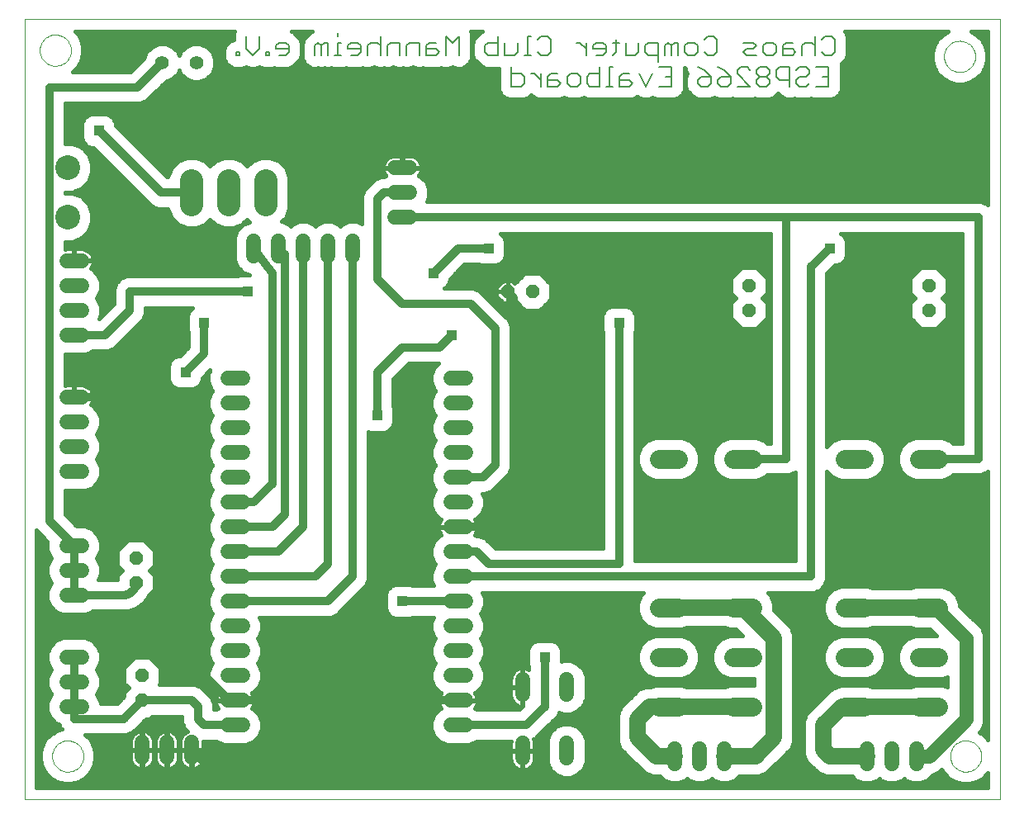
<source format=gbl>
G75*
G70*
%OFA0B0*%
%FSLAX24Y24*%
%IPPOS*%
%LPD*%
%AMOC8*
5,1,8,0,0,1.08239X$1,22.5*
%
%ADD10C,0.0000*%
%ADD11C,0.0070*%
%ADD12C,0.0600*%
%ADD13C,0.0945*%
%ADD14C,0.1000*%
%ADD15OC8,0.0520*%
%ADD16C,0.0780*%
%ADD17C,0.0551*%
%ADD18C,0.0320*%
%ADD19R,0.0396X0.0396*%
%ADD20C,0.0160*%
%ADD21C,0.0660*%
%ADD22C,0.0560*%
D10*
X004880Y000100D02*
X004880Y031596D01*
X044250Y031596D01*
X044250Y000100D01*
X004880Y000100D01*
X006000Y001850D02*
X006002Y001900D01*
X006008Y001950D01*
X006018Y001999D01*
X006032Y002047D01*
X006049Y002094D01*
X006070Y002139D01*
X006095Y002183D01*
X006123Y002224D01*
X006155Y002263D01*
X006189Y002300D01*
X006226Y002334D01*
X006266Y002364D01*
X006308Y002391D01*
X006352Y002415D01*
X006398Y002436D01*
X006445Y002452D01*
X006493Y002465D01*
X006543Y002474D01*
X006592Y002479D01*
X006643Y002480D01*
X006693Y002477D01*
X006742Y002470D01*
X006791Y002459D01*
X006839Y002444D01*
X006885Y002426D01*
X006930Y002404D01*
X006973Y002378D01*
X007014Y002349D01*
X007053Y002317D01*
X007089Y002282D01*
X007121Y002244D01*
X007151Y002204D01*
X007178Y002161D01*
X007201Y002117D01*
X007220Y002071D01*
X007236Y002023D01*
X007248Y001974D01*
X007256Y001925D01*
X007260Y001875D01*
X007260Y001825D01*
X007256Y001775D01*
X007248Y001726D01*
X007236Y001677D01*
X007220Y001629D01*
X007201Y001583D01*
X007178Y001539D01*
X007151Y001496D01*
X007121Y001456D01*
X007089Y001418D01*
X007053Y001383D01*
X007014Y001351D01*
X006973Y001322D01*
X006930Y001296D01*
X006885Y001274D01*
X006839Y001256D01*
X006791Y001241D01*
X006742Y001230D01*
X006693Y001223D01*
X006643Y001220D01*
X006592Y001221D01*
X006543Y001226D01*
X006493Y001235D01*
X006445Y001248D01*
X006398Y001264D01*
X006352Y001285D01*
X006308Y001309D01*
X006266Y001336D01*
X006226Y001366D01*
X006189Y001400D01*
X006155Y001437D01*
X006123Y001476D01*
X006095Y001517D01*
X006070Y001561D01*
X006049Y001606D01*
X006032Y001653D01*
X006018Y001701D01*
X006008Y001750D01*
X006002Y001800D01*
X006000Y001850D01*
X042250Y001850D02*
X042252Y001900D01*
X042258Y001950D01*
X042268Y001999D01*
X042282Y002047D01*
X042299Y002094D01*
X042320Y002139D01*
X042345Y002183D01*
X042373Y002224D01*
X042405Y002263D01*
X042439Y002300D01*
X042476Y002334D01*
X042516Y002364D01*
X042558Y002391D01*
X042602Y002415D01*
X042648Y002436D01*
X042695Y002452D01*
X042743Y002465D01*
X042793Y002474D01*
X042842Y002479D01*
X042893Y002480D01*
X042943Y002477D01*
X042992Y002470D01*
X043041Y002459D01*
X043089Y002444D01*
X043135Y002426D01*
X043180Y002404D01*
X043223Y002378D01*
X043264Y002349D01*
X043303Y002317D01*
X043339Y002282D01*
X043371Y002244D01*
X043401Y002204D01*
X043428Y002161D01*
X043451Y002117D01*
X043470Y002071D01*
X043486Y002023D01*
X043498Y001974D01*
X043506Y001925D01*
X043510Y001875D01*
X043510Y001825D01*
X043506Y001775D01*
X043498Y001726D01*
X043486Y001677D01*
X043470Y001629D01*
X043451Y001583D01*
X043428Y001539D01*
X043401Y001496D01*
X043371Y001456D01*
X043339Y001418D01*
X043303Y001383D01*
X043264Y001351D01*
X043223Y001322D01*
X043180Y001296D01*
X043135Y001274D01*
X043089Y001256D01*
X043041Y001241D01*
X042992Y001230D01*
X042943Y001223D01*
X042893Y001220D01*
X042842Y001221D01*
X042793Y001226D01*
X042743Y001235D01*
X042695Y001248D01*
X042648Y001264D01*
X042602Y001285D01*
X042558Y001309D01*
X042516Y001336D01*
X042476Y001366D01*
X042439Y001400D01*
X042405Y001437D01*
X042373Y001476D01*
X042345Y001517D01*
X042320Y001561D01*
X042299Y001606D01*
X042282Y001653D01*
X042268Y001701D01*
X042258Y001750D01*
X042252Y001800D01*
X042250Y001850D01*
X042000Y030100D02*
X042002Y030150D01*
X042008Y030200D01*
X042018Y030249D01*
X042032Y030297D01*
X042049Y030344D01*
X042070Y030389D01*
X042095Y030433D01*
X042123Y030474D01*
X042155Y030513D01*
X042189Y030550D01*
X042226Y030584D01*
X042266Y030614D01*
X042308Y030641D01*
X042352Y030665D01*
X042398Y030686D01*
X042445Y030702D01*
X042493Y030715D01*
X042543Y030724D01*
X042592Y030729D01*
X042643Y030730D01*
X042693Y030727D01*
X042742Y030720D01*
X042791Y030709D01*
X042839Y030694D01*
X042885Y030676D01*
X042930Y030654D01*
X042973Y030628D01*
X043014Y030599D01*
X043053Y030567D01*
X043089Y030532D01*
X043121Y030494D01*
X043151Y030454D01*
X043178Y030411D01*
X043201Y030367D01*
X043220Y030321D01*
X043236Y030273D01*
X043248Y030224D01*
X043256Y030175D01*
X043260Y030125D01*
X043260Y030075D01*
X043256Y030025D01*
X043248Y029976D01*
X043236Y029927D01*
X043220Y029879D01*
X043201Y029833D01*
X043178Y029789D01*
X043151Y029746D01*
X043121Y029706D01*
X043089Y029668D01*
X043053Y029633D01*
X043014Y029601D01*
X042973Y029572D01*
X042930Y029546D01*
X042885Y029524D01*
X042839Y029506D01*
X042791Y029491D01*
X042742Y029480D01*
X042693Y029473D01*
X042643Y029470D01*
X042592Y029471D01*
X042543Y029476D01*
X042493Y029485D01*
X042445Y029498D01*
X042398Y029514D01*
X042352Y029535D01*
X042308Y029559D01*
X042266Y029586D01*
X042226Y029616D01*
X042189Y029650D01*
X042155Y029687D01*
X042123Y029726D01*
X042095Y029767D01*
X042070Y029811D01*
X042049Y029856D01*
X042032Y029903D01*
X042018Y029951D01*
X042008Y030000D01*
X042002Y030050D01*
X042000Y030100D01*
X005500Y030350D02*
X005502Y030400D01*
X005508Y030450D01*
X005518Y030499D01*
X005532Y030547D01*
X005549Y030594D01*
X005570Y030639D01*
X005595Y030683D01*
X005623Y030724D01*
X005655Y030763D01*
X005689Y030800D01*
X005726Y030834D01*
X005766Y030864D01*
X005808Y030891D01*
X005852Y030915D01*
X005898Y030936D01*
X005945Y030952D01*
X005993Y030965D01*
X006043Y030974D01*
X006092Y030979D01*
X006143Y030980D01*
X006193Y030977D01*
X006242Y030970D01*
X006291Y030959D01*
X006339Y030944D01*
X006385Y030926D01*
X006430Y030904D01*
X006473Y030878D01*
X006514Y030849D01*
X006553Y030817D01*
X006589Y030782D01*
X006621Y030744D01*
X006651Y030704D01*
X006678Y030661D01*
X006701Y030617D01*
X006720Y030571D01*
X006736Y030523D01*
X006748Y030474D01*
X006756Y030425D01*
X006760Y030375D01*
X006760Y030325D01*
X006756Y030275D01*
X006748Y030226D01*
X006736Y030177D01*
X006720Y030129D01*
X006701Y030083D01*
X006678Y030039D01*
X006651Y029996D01*
X006621Y029956D01*
X006589Y029918D01*
X006553Y029883D01*
X006514Y029851D01*
X006473Y029822D01*
X006430Y029796D01*
X006385Y029774D01*
X006339Y029756D01*
X006291Y029741D01*
X006242Y029730D01*
X006193Y029723D01*
X006143Y029720D01*
X006092Y029721D01*
X006043Y029726D01*
X005993Y029735D01*
X005945Y029748D01*
X005898Y029764D01*
X005852Y029785D01*
X005808Y029809D01*
X005766Y029836D01*
X005726Y029866D01*
X005689Y029900D01*
X005655Y029937D01*
X005623Y029976D01*
X005595Y030017D01*
X005570Y030061D01*
X005549Y030106D01*
X005532Y030153D01*
X005518Y030201D01*
X005508Y030250D01*
X005502Y030300D01*
X005500Y030350D01*
D11*
X013443Y030267D02*
X013443Y030135D01*
X013575Y030135D01*
X013575Y030267D01*
X013443Y030267D01*
X013840Y030399D02*
X013840Y030926D01*
X014367Y030926D02*
X014367Y030399D01*
X014103Y030135D01*
X013840Y030399D01*
X014631Y030267D02*
X014631Y030135D01*
X014763Y030135D01*
X014763Y030267D01*
X014631Y030267D01*
X015027Y030399D02*
X015027Y030530D01*
X015159Y030662D01*
X015423Y030662D01*
X015554Y030530D01*
X015554Y030267D01*
X015423Y030135D01*
X015159Y030135D01*
X015027Y030399D02*
X015554Y030399D01*
X016611Y030530D02*
X016611Y030135D01*
X016875Y030135D02*
X016875Y030530D01*
X016743Y030662D01*
X016611Y030530D01*
X016875Y030530D02*
X017006Y030662D01*
X017138Y030662D01*
X017138Y030135D01*
X017403Y030135D02*
X017666Y030135D01*
X017534Y030135D02*
X017534Y030662D01*
X017666Y030662D01*
X017534Y030926D02*
X017534Y031057D01*
X017931Y030530D02*
X017931Y030399D01*
X018458Y030399D01*
X018458Y030530D02*
X018458Y030267D01*
X018326Y030135D01*
X018063Y030135D01*
X017931Y030530D02*
X018063Y030662D01*
X018326Y030662D01*
X018458Y030530D01*
X018723Y030530D02*
X018723Y030135D01*
X018723Y030530D02*
X018855Y030662D01*
X019118Y030662D01*
X019250Y030530D01*
X019515Y030530D02*
X019515Y030135D01*
X019250Y030135D02*
X019250Y030926D01*
X019646Y030662D02*
X019515Y030530D01*
X019646Y030662D02*
X020042Y030662D01*
X020042Y030135D01*
X020307Y030135D02*
X020307Y030530D01*
X020438Y030662D01*
X020834Y030662D01*
X020834Y030135D01*
X021098Y030135D02*
X021098Y030530D01*
X021230Y030662D01*
X021494Y030662D01*
X021494Y030399D02*
X021098Y030399D01*
X021098Y030135D02*
X021494Y030135D01*
X021625Y030267D01*
X021494Y030399D01*
X021890Y030135D02*
X021890Y030926D01*
X022154Y030662D01*
X022417Y030926D01*
X022417Y030135D01*
X023474Y030267D02*
X023474Y030530D01*
X023606Y030662D01*
X024001Y030662D01*
X024001Y030926D02*
X024001Y030135D01*
X023606Y030135D01*
X023474Y030267D01*
X024266Y030135D02*
X024266Y030662D01*
X024266Y030135D02*
X024661Y030135D01*
X024793Y030267D01*
X024793Y030662D01*
X025189Y030926D02*
X025189Y030135D01*
X025321Y030135D02*
X025057Y030135D01*
X025586Y030267D02*
X025717Y030135D01*
X025981Y030135D01*
X026113Y030267D01*
X026113Y030794D01*
X025981Y030926D01*
X025717Y030926D01*
X025586Y030794D01*
X025321Y030926D02*
X025189Y030926D01*
X024544Y029676D02*
X024544Y028885D01*
X024939Y028885D01*
X025071Y029017D01*
X025071Y029280D01*
X024939Y029412D01*
X024544Y029412D01*
X025335Y029412D02*
X025467Y029412D01*
X025731Y029149D01*
X025731Y029412D02*
X025731Y028885D01*
X025996Y028885D02*
X026391Y028885D01*
X026523Y029017D01*
X026391Y029149D01*
X025996Y029149D01*
X025996Y029280D02*
X025996Y028885D01*
X025996Y029280D02*
X026127Y029412D01*
X026391Y029412D01*
X026787Y029280D02*
X026787Y029017D01*
X026919Y028885D01*
X027183Y028885D01*
X027315Y029017D01*
X027315Y029280D01*
X027183Y029412D01*
X026919Y029412D01*
X026787Y029280D01*
X027579Y029280D02*
X027579Y029017D01*
X027711Y028885D01*
X028106Y028885D01*
X028106Y029676D01*
X028106Y029412D02*
X027711Y029412D01*
X027579Y029280D01*
X028371Y028885D02*
X028634Y028885D01*
X028503Y028885D02*
X028503Y029676D01*
X028634Y029676D01*
X028899Y029280D02*
X028899Y028885D01*
X029294Y028885D01*
X029426Y029017D01*
X029294Y029149D01*
X028899Y029149D01*
X028899Y029280D02*
X029031Y029412D01*
X029294Y029412D01*
X029691Y029412D02*
X029955Y028885D01*
X030218Y029412D01*
X030483Y029676D02*
X031010Y029676D01*
X031010Y028885D01*
X030483Y028885D01*
X030746Y029280D02*
X031010Y029280D01*
X030468Y029871D02*
X030468Y030662D01*
X030073Y030662D01*
X029941Y030530D01*
X029941Y030267D01*
X030073Y030135D01*
X030468Y030135D01*
X030733Y030135D02*
X030733Y030530D01*
X030865Y030662D01*
X030996Y030530D01*
X030996Y030135D01*
X031260Y030135D02*
X031260Y030662D01*
X031128Y030662D01*
X030996Y030530D01*
X031525Y030530D02*
X031525Y030267D01*
X031657Y030135D01*
X031920Y030135D01*
X032052Y030267D01*
X032052Y030530D01*
X031920Y030662D01*
X031657Y030662D01*
X031525Y030530D01*
X032317Y030267D02*
X032448Y030135D01*
X032712Y030135D01*
X032844Y030267D01*
X032844Y030794D01*
X032712Y030926D01*
X032448Y030926D01*
X032317Y030794D01*
X032067Y029676D02*
X032330Y029544D01*
X032594Y029280D01*
X032198Y029280D01*
X032067Y029149D01*
X032067Y029017D01*
X032198Y028885D01*
X032462Y028885D01*
X032594Y029017D01*
X032594Y029280D01*
X032859Y029149D02*
X032990Y029280D01*
X033386Y029280D01*
X033386Y029017D01*
X033254Y028885D01*
X032990Y028885D01*
X032859Y029017D01*
X032859Y029149D01*
X033122Y029544D02*
X033386Y029280D01*
X033650Y029412D02*
X033650Y029544D01*
X033782Y029676D01*
X034046Y029676D01*
X034177Y029544D01*
X034442Y029544D02*
X034442Y029412D01*
X034574Y029280D01*
X034838Y029280D01*
X034969Y029412D01*
X034969Y029544D01*
X034838Y029676D01*
X034574Y029676D01*
X034442Y029544D01*
X034574Y029280D02*
X034442Y029149D01*
X034442Y029017D01*
X034574Y028885D01*
X034838Y028885D01*
X034969Y029017D01*
X034969Y029149D01*
X034838Y029280D01*
X035234Y029280D02*
X035366Y029149D01*
X035761Y029149D01*
X035761Y028885D02*
X035761Y029676D01*
X035366Y029676D01*
X035234Y029544D01*
X035234Y029280D01*
X036026Y029149D02*
X036026Y029017D01*
X036158Y028885D01*
X036421Y028885D01*
X036553Y029017D01*
X036421Y029280D02*
X036158Y029280D01*
X036026Y029149D01*
X036421Y029280D02*
X036553Y029412D01*
X036553Y029544D01*
X036421Y029676D01*
X036158Y029676D01*
X036026Y029544D01*
X035879Y030135D02*
X036011Y030267D01*
X035879Y030399D01*
X035484Y030399D01*
X035484Y030530D02*
X035484Y030135D01*
X035879Y030135D01*
X036276Y030135D02*
X036276Y030530D01*
X036408Y030662D01*
X036671Y030662D01*
X036803Y030530D01*
X037068Y030267D02*
X037200Y030135D01*
X037463Y030135D01*
X037595Y030267D01*
X037595Y030794D01*
X037463Y030926D01*
X037200Y030926D01*
X037068Y030794D01*
X036803Y030926D02*
X036803Y030135D01*
X036818Y029676D02*
X037345Y029676D01*
X037345Y028885D01*
X036818Y028885D01*
X037081Y029280D02*
X037345Y029280D01*
X035879Y030662D02*
X035616Y030662D01*
X035484Y030530D01*
X035219Y030530D02*
X035219Y030267D01*
X035088Y030135D01*
X034824Y030135D01*
X034692Y030267D01*
X034692Y030530D01*
X034824Y030662D01*
X035088Y030662D01*
X035219Y030530D01*
X034427Y030530D02*
X034296Y030399D01*
X034032Y030399D01*
X033900Y030267D01*
X034032Y030135D01*
X034427Y030135D01*
X034427Y030530D02*
X034296Y030662D01*
X033900Y030662D01*
X033122Y029544D02*
X032859Y029676D01*
X033650Y029412D02*
X034177Y028885D01*
X033650Y028885D01*
X029676Y030267D02*
X029544Y030135D01*
X029149Y030135D01*
X029149Y030662D01*
X028884Y030662D02*
X028621Y030662D01*
X028753Y030794D02*
X028753Y030267D01*
X028621Y030135D01*
X028356Y030267D02*
X028356Y030530D01*
X028225Y030662D01*
X027961Y030662D01*
X027829Y030530D01*
X027829Y030399D01*
X028356Y030399D01*
X028356Y030267D02*
X028225Y030135D01*
X027961Y030135D01*
X027565Y030135D02*
X027565Y030662D01*
X027565Y030399D02*
X027301Y030662D01*
X027169Y030662D01*
X029676Y030662D02*
X029676Y030267D01*
D12*
X020430Y025600D02*
X019830Y025600D01*
X019830Y024600D02*
X020430Y024600D01*
X020430Y023600D02*
X019830Y023600D01*
X018130Y022650D02*
X018130Y022050D01*
X017130Y022050D02*
X017130Y022650D01*
X016130Y022650D02*
X016130Y022050D01*
X015130Y022050D02*
X015130Y022650D01*
X014130Y022650D02*
X014130Y022050D01*
X007180Y021850D02*
X006580Y021850D01*
X006580Y020850D02*
X007180Y020850D01*
X007180Y019850D02*
X006580Y019850D01*
X006580Y018850D02*
X007180Y018850D01*
X007180Y016350D02*
X006580Y016350D01*
X006580Y015350D02*
X007180Y015350D01*
X007180Y014350D02*
X006580Y014350D01*
X006580Y013350D02*
X007180Y013350D01*
X007180Y010350D02*
X006580Y010350D01*
X006580Y009350D02*
X007180Y009350D01*
X007180Y008350D02*
X006580Y008350D01*
X006580Y005850D02*
X007180Y005850D01*
X007180Y004850D02*
X006580Y004850D01*
X006580Y003850D02*
X007180Y003850D01*
X009630Y002400D02*
X009630Y001800D01*
X010630Y001800D02*
X010630Y002400D01*
X011630Y002400D02*
X011630Y001800D01*
X013080Y003100D02*
X013680Y003100D01*
X013680Y004100D02*
X013080Y004100D01*
X013080Y005100D02*
X013680Y005100D01*
X013680Y006100D02*
X013080Y006100D01*
X013080Y007100D02*
X013680Y007100D01*
X013680Y008100D02*
X013080Y008100D01*
X013080Y009100D02*
X013680Y009100D01*
X013680Y010100D02*
X013080Y010100D01*
X013080Y011100D02*
X013680Y011100D01*
X013680Y012100D02*
X013080Y012100D01*
X013080Y013100D02*
X013680Y013100D01*
X013680Y014100D02*
X013080Y014100D01*
X013080Y015100D02*
X013680Y015100D01*
X013680Y016100D02*
X013080Y016100D01*
X013080Y017100D02*
X013680Y017100D01*
X022080Y017100D02*
X022680Y017100D01*
X022680Y016100D02*
X022080Y016100D01*
X022080Y015100D02*
X022680Y015100D01*
X022680Y014100D02*
X022080Y014100D01*
X022080Y013100D02*
X022680Y013100D01*
X022680Y012100D02*
X022080Y012100D01*
X022080Y011100D02*
X022680Y011100D01*
X022680Y010100D02*
X022080Y010100D01*
X022080Y009100D02*
X022680Y009100D01*
X022680Y008100D02*
X022080Y008100D01*
X022080Y007100D02*
X022680Y007100D01*
X022680Y006100D02*
X022080Y006100D01*
X022080Y005100D02*
X022680Y005100D01*
X022680Y004100D02*
X022080Y004100D01*
X022080Y003100D02*
X022680Y003100D01*
X024990Y002370D02*
X024990Y001770D01*
X026770Y001770D02*
X026770Y002370D01*
X026770Y004330D02*
X026770Y004930D01*
X024990Y004930D02*
X024990Y004330D01*
X031130Y002150D02*
X031130Y001550D01*
X032130Y001550D02*
X032130Y002150D01*
X033130Y002150D02*
X033130Y001550D01*
X038880Y001550D02*
X038880Y002150D01*
X039880Y002150D02*
X039880Y001550D01*
X040880Y001550D02*
X040880Y002150D01*
D13*
X014622Y024128D02*
X014622Y025073D01*
X013126Y025073D02*
X013126Y024128D01*
X011630Y024128D02*
X011630Y025073D01*
D14*
X006630Y025600D03*
X006630Y023600D03*
D15*
X024380Y020600D03*
X025380Y020600D03*
X034130Y020850D03*
X034130Y019850D03*
X041380Y019850D03*
X041380Y020850D03*
X009380Y009850D03*
X009380Y008850D03*
X009630Y005100D03*
X009630Y004100D03*
D16*
X030490Y003850D02*
X031270Y003850D01*
X033490Y003850D02*
X034270Y003850D01*
X034270Y005850D02*
X033490Y005850D01*
X031270Y005850D02*
X030490Y005850D01*
X030490Y007850D02*
X031270Y007850D01*
X033490Y007850D02*
X034270Y007850D01*
X037990Y007850D02*
X038770Y007850D01*
X040990Y007850D02*
X041770Y007850D01*
X041770Y005850D02*
X040990Y005850D01*
X038770Y005850D02*
X037990Y005850D01*
X037990Y003850D02*
X038770Y003850D01*
X040990Y003850D02*
X041770Y003850D01*
X041770Y013850D02*
X040990Y013850D01*
X038770Y013850D02*
X037990Y013850D01*
X034270Y013850D02*
X033490Y013850D01*
X031270Y013850D02*
X030490Y013850D01*
D17*
X011819Y029850D03*
X010441Y029850D03*
D18*
X009441Y028850D01*
X005880Y028850D01*
X005880Y011350D01*
X006880Y010350D01*
X006880Y009350D01*
X006880Y008350D01*
X008880Y008350D01*
X008924Y008352D01*
X008967Y008358D01*
X009009Y008367D01*
X009051Y008380D01*
X009091Y008397D01*
X009130Y008417D01*
X009167Y008440D01*
X009201Y008467D01*
X009234Y008496D01*
X009263Y008529D01*
X009290Y008563D01*
X009313Y008600D01*
X009333Y008639D01*
X009350Y008679D01*
X009363Y008721D01*
X009372Y008763D01*
X009378Y008806D01*
X009380Y008850D01*
X013130Y008100D02*
X013380Y008100D01*
X017130Y008100D01*
X018130Y009100D01*
X018130Y022350D01*
X017130Y022350D02*
X017130Y009600D01*
X016630Y009100D01*
X013380Y009100D01*
X013380Y010100D02*
X015130Y010100D01*
X016130Y011100D01*
X016130Y022350D01*
X015380Y022100D02*
X015380Y011600D01*
X014880Y011100D01*
X013380Y011100D01*
X013380Y012100D02*
X014130Y012100D01*
X014880Y012850D01*
X014880Y021350D01*
X014130Y022350D01*
X015130Y022350D02*
X015380Y022100D01*
X013880Y020600D02*
X009130Y020600D01*
X009130Y019850D01*
X008130Y018850D01*
X006880Y018850D01*
X006880Y016350D02*
X012130Y016350D01*
X012130Y005100D01*
X013130Y004100D01*
X013380Y004100D01*
X014880Y004100D01*
X015380Y003600D01*
X015380Y001350D01*
X020130Y001350D01*
X020880Y002100D01*
X020880Y003600D01*
X021380Y004100D01*
X022380Y004100D01*
X022380Y003100D02*
X025130Y003100D01*
X025880Y003850D01*
X025880Y005850D01*
X022380Y008100D02*
X020130Y008100D01*
X022380Y009100D02*
X036630Y009100D01*
X036630Y021600D01*
X037380Y022350D01*
X035630Y023600D02*
X043380Y023600D01*
X043380Y013850D01*
X041380Y013850D01*
X035630Y013850D02*
X033880Y013850D01*
X035630Y013850D02*
X035630Y023600D01*
X020130Y023600D01*
X019130Y024350D02*
X019130Y021100D01*
X020130Y020100D01*
X022880Y020100D01*
X023880Y019100D01*
X023880Y013600D01*
X023380Y013100D01*
X022380Y013100D01*
X023630Y011350D02*
X024630Y012350D01*
X024630Y020350D01*
X024380Y020600D01*
X022130Y018850D02*
X021630Y018350D01*
X020130Y018350D01*
X019130Y017350D01*
X019130Y015600D01*
X022380Y011100D02*
X023630Y011100D01*
X023630Y011350D01*
X023130Y010100D02*
X022380Y010100D01*
X023130Y010100D02*
X023630Y009600D01*
X028880Y009600D01*
X028880Y019350D01*
X023630Y022350D02*
X022380Y022350D01*
X021380Y021350D01*
X019130Y024350D02*
X019380Y024600D01*
X020130Y024600D01*
X012130Y019350D02*
X012130Y018100D01*
X011380Y017350D01*
X011630Y024600D02*
X010380Y024600D01*
X007880Y027100D01*
X006880Y005850D02*
X006880Y004850D01*
X006880Y003850D01*
X006880Y003350D01*
X008880Y003350D01*
X009630Y004100D01*
X011630Y004100D01*
X011880Y003850D01*
X011880Y003350D01*
X012130Y003100D01*
X013380Y003100D01*
X011630Y002100D02*
X012380Y001350D01*
X015380Y001350D01*
D19*
X020130Y008100D03*
X025880Y005850D03*
X019130Y015600D03*
X022130Y018850D03*
X021380Y021350D03*
X023630Y022350D03*
X028880Y019350D03*
X037380Y022350D03*
X013880Y020600D03*
X012130Y019350D03*
X011380Y017350D03*
X007880Y027100D03*
D20*
X007202Y027045D02*
X006520Y027045D01*
X006520Y026887D02*
X007202Y026887D01*
X007202Y026806D02*
X007275Y026630D01*
X007410Y026495D01*
X007586Y026422D01*
X007653Y026422D01*
X009837Y024237D01*
X010017Y024057D01*
X010253Y023960D01*
X010678Y023960D01*
X010678Y023938D01*
X010823Y023588D01*
X011090Y023320D01*
X011441Y023175D01*
X011819Y023175D01*
X012170Y023320D01*
X012378Y023528D01*
X012587Y023320D01*
X012937Y023175D01*
X013316Y023175D01*
X013666Y023320D01*
X013874Y023528D01*
X013973Y023429D01*
X013688Y023311D01*
X013469Y023092D01*
X013350Y022805D01*
X013350Y021895D01*
X013469Y021608D01*
X013688Y021389D01*
X013955Y021278D01*
X013586Y021278D01*
X013494Y021240D01*
X009003Y021240D01*
X008767Y021143D01*
X008587Y020963D01*
X008490Y020727D01*
X008490Y020115D01*
X007882Y019507D01*
X007960Y019695D01*
X007960Y020005D01*
X007841Y020292D01*
X007783Y020350D01*
X007841Y020408D01*
X007960Y020695D01*
X007960Y021005D01*
X007841Y021292D01*
X007622Y021511D01*
X007549Y021541D01*
X007591Y021598D01*
X007625Y021666D01*
X007648Y021738D01*
X007660Y021812D01*
X007660Y021830D01*
X006900Y021830D01*
X006900Y021870D01*
X006860Y021870D01*
X006860Y022330D01*
X006542Y022330D01*
X006520Y022326D01*
X006520Y022620D01*
X006825Y022620D01*
X007185Y022769D01*
X007461Y023045D01*
X007610Y023405D01*
X007610Y023795D01*
X007461Y024155D01*
X007185Y024431D01*
X006825Y024580D01*
X006520Y024580D01*
X006520Y024620D01*
X006825Y024620D01*
X007185Y024769D01*
X007461Y025045D01*
X007610Y025405D01*
X007610Y025795D01*
X007461Y026155D01*
X007185Y026431D01*
X006825Y026580D01*
X006520Y026580D01*
X006520Y028210D01*
X009568Y028210D01*
X009804Y028307D01*
X010591Y029094D01*
X010869Y029209D01*
X011082Y029422D01*
X011130Y029539D01*
X011178Y029422D01*
X011391Y029209D01*
X011669Y029094D01*
X011969Y029094D01*
X012247Y029209D01*
X012460Y029422D01*
X012575Y029700D01*
X012575Y030000D01*
X012460Y030278D01*
X012247Y030491D01*
X011969Y030606D01*
X011669Y030606D01*
X011391Y030491D01*
X011178Y030278D01*
X011130Y030161D01*
X011082Y030278D01*
X010869Y030491D01*
X010591Y030606D01*
X010291Y030606D01*
X010013Y030491D01*
X009800Y030278D01*
X009685Y030000D01*
X009685Y030000D01*
X009176Y029490D01*
X006840Y029490D01*
X007018Y029668D01*
X007164Y029922D01*
X007240Y030204D01*
X007240Y030496D01*
X007164Y030778D01*
X007018Y031032D01*
X006934Y031116D01*
X013361Y031116D01*
X013325Y031028D01*
X013325Y030775D01*
X013151Y030703D01*
X013006Y030559D01*
X012928Y030369D01*
X012928Y030033D01*
X013006Y029843D01*
X013151Y029698D01*
X013341Y029620D01*
X013677Y029620D01*
X013839Y029687D01*
X014001Y029620D01*
X014206Y029620D01*
X014367Y029687D01*
X014528Y029620D01*
X014865Y029620D01*
X014961Y029660D01*
X015057Y029620D01*
X015525Y029620D01*
X015714Y029698D01*
X015846Y029830D01*
X015991Y029975D01*
X016069Y030164D01*
X016069Y030633D01*
X015991Y030822D01*
X015859Y030954D01*
X015714Y031099D01*
X015672Y031116D01*
X016493Y031116D01*
X016451Y031099D01*
X016319Y030967D01*
X016174Y030822D01*
X016096Y030633D01*
X016096Y030033D01*
X016174Y029843D01*
X016319Y029698D01*
X016509Y029620D01*
X016714Y029620D01*
X016743Y029632D01*
X016772Y029620D01*
X016977Y029620D01*
X017006Y029632D01*
X017036Y029620D01*
X017241Y029620D01*
X017270Y029632D01*
X017300Y029620D01*
X017769Y029620D01*
X017864Y029660D01*
X017960Y029620D01*
X018429Y029620D01*
X018524Y029660D01*
X018620Y029620D01*
X018825Y029620D01*
X018986Y029687D01*
X019147Y029620D01*
X019352Y029620D01*
X019382Y029632D01*
X019412Y029620D01*
X019617Y029620D01*
X019778Y029687D01*
X019939Y029620D01*
X020144Y029620D01*
X020174Y029632D01*
X020204Y029620D01*
X020409Y029620D01*
X020570Y029687D01*
X020731Y029620D01*
X020936Y029620D01*
X020966Y029632D01*
X020996Y029620D01*
X021596Y029620D01*
X021692Y029660D01*
X021788Y029620D01*
X021993Y029620D01*
X022154Y029687D01*
X022315Y029620D01*
X022520Y029620D01*
X022709Y029698D01*
X022854Y029843D01*
X022932Y030033D01*
X022932Y031028D01*
X022896Y031116D01*
X023356Y031116D01*
X023314Y031099D01*
X023169Y030954D01*
X023037Y030822D01*
X022959Y030633D01*
X022959Y030164D01*
X023037Y029975D01*
X023182Y029830D01*
X023314Y029698D01*
X023503Y029620D01*
X024029Y029620D01*
X024029Y028783D01*
X024107Y028593D01*
X024252Y028448D01*
X024441Y028370D01*
X025042Y028370D01*
X025231Y028448D01*
X025335Y028553D01*
X025439Y028448D01*
X025628Y028370D01*
X025833Y028370D01*
X025863Y028382D01*
X025893Y028370D01*
X026493Y028370D01*
X026655Y028437D01*
X026817Y028370D01*
X027285Y028370D01*
X027447Y028437D01*
X027609Y028370D01*
X028209Y028370D01*
X028239Y028382D01*
X028268Y028370D01*
X028737Y028370D01*
X028767Y028382D01*
X028797Y028370D01*
X029397Y028370D01*
X029586Y028448D01*
X029621Y028483D01*
X029633Y028470D01*
X029666Y028453D01*
X029695Y028429D01*
X029757Y028408D01*
X029816Y028379D01*
X029853Y028376D01*
X029889Y028364D01*
X029955Y028369D01*
X030020Y028364D01*
X030056Y028376D01*
X030093Y028379D01*
X030152Y028408D01*
X030215Y028429D01*
X030222Y028436D01*
X030380Y028370D01*
X031112Y028370D01*
X031302Y028448D01*
X031447Y028593D01*
X031525Y028783D01*
X031525Y029632D01*
X031547Y029623D01*
X031546Y029610D01*
X031610Y029416D01*
X031617Y029408D01*
X031552Y029251D01*
X031552Y028914D01*
X031630Y028725D01*
X031775Y028580D01*
X031907Y028448D01*
X032096Y028370D01*
X032564Y028370D01*
X032726Y028437D01*
X032888Y028370D01*
X033356Y028370D01*
X033452Y028410D01*
X033548Y028370D01*
X034280Y028370D01*
X034376Y028410D01*
X034472Y028370D01*
X034940Y028370D01*
X035129Y028448D01*
X035261Y028580D01*
X035310Y028629D01*
X035325Y028593D01*
X035470Y028448D01*
X035659Y028370D01*
X035864Y028370D01*
X035960Y028410D01*
X036055Y028370D01*
X036524Y028370D01*
X036620Y028410D01*
X036715Y028370D01*
X037447Y028370D01*
X037637Y028448D01*
X037782Y028593D01*
X037860Y028783D01*
X037860Y029778D01*
X037853Y029796D01*
X037900Y029843D01*
X038032Y029975D01*
X038110Y030164D01*
X038110Y030896D01*
X038032Y031086D01*
X038001Y031116D01*
X042170Y031116D01*
X041948Y030988D01*
X041742Y030782D01*
X041596Y030528D01*
X041520Y030246D01*
X041520Y029954D01*
X041596Y029672D01*
X041742Y029418D01*
X041948Y029212D01*
X042202Y029066D01*
X042484Y028990D01*
X042776Y028990D01*
X043058Y029066D01*
X043312Y029212D01*
X043518Y029418D01*
X043664Y029672D01*
X043740Y029954D01*
X043740Y030246D01*
X043664Y030528D01*
X043518Y030782D01*
X043312Y030988D01*
X043090Y031116D01*
X043770Y031116D01*
X043770Y024115D01*
X043743Y024143D01*
X043507Y024240D01*
X021125Y024240D01*
X021210Y024445D01*
X021210Y024755D01*
X021091Y025042D01*
X020872Y025261D01*
X020799Y025291D01*
X020841Y025348D01*
X020875Y025416D01*
X020898Y025488D01*
X020910Y025562D01*
X020910Y025580D01*
X020150Y025580D01*
X020150Y025620D01*
X020110Y025620D01*
X020110Y026080D01*
X019792Y026080D01*
X019718Y026068D01*
X019646Y026045D01*
X019578Y026011D01*
X019517Y025966D01*
X019464Y025913D01*
X019419Y025852D01*
X019385Y025784D01*
X019362Y025712D01*
X019350Y025638D01*
X019350Y025620D01*
X020110Y025620D01*
X020110Y025580D01*
X019350Y025580D01*
X019350Y025562D01*
X019362Y025488D01*
X019385Y025416D01*
X019419Y025348D01*
X019461Y025291D01*
X019388Y025261D01*
X019367Y025240D01*
X019253Y025240D01*
X019017Y025143D01*
X018767Y024893D01*
X018587Y024713D01*
X018490Y024477D01*
X018490Y023345D01*
X018285Y023430D01*
X017975Y023430D01*
X017688Y023311D01*
X017630Y023253D01*
X017572Y023311D01*
X017285Y023430D01*
X016975Y023430D01*
X016688Y023311D01*
X016630Y023253D01*
X016572Y023311D01*
X016285Y023430D01*
X015975Y023430D01*
X015688Y023311D01*
X015630Y023253D01*
X015572Y023311D01*
X015285Y023430D01*
X015272Y023430D01*
X015430Y023588D01*
X015575Y023938D01*
X015575Y025262D01*
X015430Y025612D01*
X015162Y025880D01*
X014812Y026025D01*
X014433Y026025D01*
X014083Y025880D01*
X013874Y025672D01*
X013666Y025880D01*
X013316Y026025D01*
X012937Y026025D01*
X012587Y025880D01*
X012378Y025672D01*
X012170Y025880D01*
X011819Y026025D01*
X011441Y026025D01*
X011090Y025880D01*
X010823Y025612D01*
X010678Y025262D01*
X010678Y025240D01*
X010645Y025240D01*
X008558Y027327D01*
X008558Y027394D01*
X008485Y027570D01*
X008350Y027705D01*
X008174Y027778D01*
X007586Y027778D01*
X007410Y027705D01*
X007275Y027570D01*
X007202Y027394D01*
X007202Y026806D01*
X007234Y026728D02*
X006520Y026728D01*
X006850Y026570D02*
X007335Y026570D01*
X007205Y026411D02*
X007664Y026411D01*
X007822Y026253D02*
X007363Y026253D01*
X007486Y026094D02*
X007981Y026094D01*
X008139Y025936D02*
X007552Y025936D01*
X007610Y025777D02*
X008298Y025777D01*
X008456Y025619D02*
X007610Y025619D01*
X007610Y025460D02*
X008615Y025460D01*
X008773Y025302D02*
X007567Y025302D01*
X007501Y025143D02*
X008932Y025143D01*
X009090Y024985D02*
X007400Y024985D01*
X007242Y024826D02*
X009249Y024826D01*
X009407Y024668D02*
X006940Y024668D01*
X006996Y024509D02*
X009566Y024509D01*
X009724Y024351D02*
X007265Y024351D01*
X007424Y024192D02*
X009883Y024192D01*
X010075Y024034D02*
X007511Y024034D01*
X007577Y023875D02*
X010704Y023875D01*
X010769Y023717D02*
X007610Y023717D01*
X007610Y023558D02*
X010852Y023558D01*
X011011Y023400D02*
X007608Y023400D01*
X007542Y023241D02*
X011281Y023241D01*
X011979Y023241D02*
X012777Y023241D01*
X012507Y023400D02*
X012249Y023400D01*
X013475Y023241D02*
X013618Y023241D01*
X013745Y023400D02*
X013901Y023400D01*
X013465Y023083D02*
X007476Y023083D01*
X007340Y022924D02*
X013399Y022924D01*
X013350Y022766D02*
X007176Y022766D01*
X007218Y022330D02*
X006900Y022330D01*
X006900Y021870D01*
X007660Y021870D01*
X007660Y021888D01*
X007648Y021962D01*
X007625Y022034D01*
X007591Y022102D01*
X007546Y022163D01*
X007493Y022216D01*
X007432Y022261D01*
X007364Y022295D01*
X007292Y022318D01*
X007218Y022330D01*
X007374Y022290D02*
X013350Y022290D01*
X013350Y022132D02*
X007569Y022132D01*
X007645Y021973D02*
X013350Y021973D01*
X013383Y021815D02*
X007660Y021815D01*
X007620Y021656D02*
X013449Y021656D01*
X013579Y021498D02*
X007636Y021498D01*
X007794Y021339D02*
X013808Y021339D01*
X013350Y022449D02*
X006520Y022449D01*
X006520Y022607D02*
X013350Y022607D01*
X015359Y023400D02*
X015901Y023400D01*
X016359Y023400D02*
X016901Y023400D01*
X017359Y023400D02*
X017901Y023400D01*
X018359Y023400D02*
X018490Y023400D01*
X018490Y023558D02*
X015400Y023558D01*
X015483Y023717D02*
X018490Y023717D01*
X018490Y023875D02*
X015549Y023875D01*
X015575Y024034D02*
X018490Y024034D01*
X018490Y024192D02*
X015575Y024192D01*
X015575Y024351D02*
X018490Y024351D01*
X018503Y024509D02*
X015575Y024509D01*
X015575Y024668D02*
X018569Y024668D01*
X018701Y024826D02*
X015575Y024826D01*
X015575Y024985D02*
X018859Y024985D01*
X019019Y025143D02*
X015575Y025143D01*
X015558Y025302D02*
X019454Y025302D01*
X019371Y025460D02*
X015493Y025460D01*
X015423Y025619D02*
X020110Y025619D01*
X020150Y025619D02*
X043770Y025619D01*
X043770Y025777D02*
X020877Y025777D01*
X020875Y025784D02*
X020841Y025852D01*
X020796Y025913D01*
X020743Y025966D01*
X020682Y026011D01*
X020614Y026045D01*
X020542Y026068D01*
X020468Y026080D01*
X020150Y026080D01*
X020150Y025620D01*
X020910Y025620D01*
X020910Y025638D01*
X020898Y025712D01*
X020875Y025784D01*
X020773Y025936D02*
X043770Y025936D01*
X043770Y026094D02*
X009791Y026094D01*
X009633Y026253D02*
X043770Y026253D01*
X043770Y026411D02*
X009474Y026411D01*
X009316Y026570D02*
X043770Y026570D01*
X043770Y026728D02*
X009157Y026728D01*
X008999Y026887D02*
X043770Y026887D01*
X043770Y027045D02*
X008840Y027045D01*
X008682Y027204D02*
X043770Y027204D01*
X043770Y027362D02*
X008558Y027362D01*
X008506Y027521D02*
X043770Y027521D01*
X043770Y027679D02*
X008376Y027679D01*
X007384Y027679D02*
X006520Y027679D01*
X006520Y027521D02*
X007254Y027521D01*
X007202Y027362D02*
X006520Y027362D01*
X006520Y027204D02*
X007202Y027204D01*
X006520Y027838D02*
X043770Y027838D01*
X043770Y027996D02*
X006520Y027996D01*
X006520Y028155D02*
X043770Y028155D01*
X043770Y028313D02*
X009809Y028313D01*
X009968Y028472D02*
X024229Y028472D01*
X024092Y028630D02*
X010126Y028630D01*
X010285Y028789D02*
X024029Y028789D01*
X024029Y028947D02*
X010443Y028947D01*
X010591Y029094D02*
X010591Y029094D01*
X010618Y029106D02*
X011642Y029106D01*
X011336Y029264D02*
X010924Y029264D01*
X011082Y029423D02*
X011178Y029423D01*
X011996Y029106D02*
X024029Y029106D01*
X024029Y029264D02*
X012302Y029264D01*
X012460Y029423D02*
X024029Y029423D01*
X024029Y029581D02*
X012525Y029581D01*
X012575Y029740D02*
X013110Y029740D01*
X012984Y029898D02*
X012575Y029898D01*
X012551Y030057D02*
X012928Y030057D01*
X012928Y030215D02*
X012486Y030215D01*
X012364Y030374D02*
X012930Y030374D01*
X012995Y030532D02*
X012147Y030532D01*
X011491Y030532D02*
X010769Y030532D01*
X010986Y030374D02*
X011274Y030374D01*
X011152Y030215D02*
X011108Y030215D01*
X010113Y030532D02*
X007230Y030532D01*
X007240Y030374D02*
X009896Y030374D01*
X009774Y030215D02*
X007240Y030215D01*
X007200Y030057D02*
X009709Y030057D01*
X009584Y029898D02*
X007151Y029898D01*
X007059Y029740D02*
X009425Y029740D01*
X009267Y029581D02*
X006931Y029581D01*
X007188Y030691D02*
X013138Y030691D01*
X013325Y030849D02*
X007124Y030849D01*
X007032Y031008D02*
X013325Y031008D01*
X015806Y031008D02*
X016360Y031008D01*
X016201Y030849D02*
X015964Y030849D01*
X016046Y030691D02*
X016120Y030691D01*
X016096Y030532D02*
X016069Y030532D01*
X016069Y030374D02*
X016096Y030374D01*
X016096Y030215D02*
X016069Y030215D01*
X016096Y030057D02*
X016025Y030057D01*
X015914Y029898D02*
X016152Y029898D01*
X016278Y029740D02*
X015756Y029740D01*
X015028Y025936D02*
X019487Y025936D01*
X019383Y025777D02*
X015265Y025777D01*
X014217Y025936D02*
X013531Y025936D01*
X013769Y025777D02*
X013980Y025777D01*
X012721Y025936D02*
X012035Y025936D01*
X012272Y025777D02*
X012484Y025777D01*
X011225Y025936D02*
X009950Y025936D01*
X010108Y025777D02*
X010988Y025777D01*
X010829Y025619D02*
X010267Y025619D01*
X010425Y025460D02*
X010760Y025460D01*
X010694Y025302D02*
X010584Y025302D01*
X006900Y022290D02*
X006860Y022290D01*
X006860Y022132D02*
X006900Y022132D01*
X006900Y021973D02*
X006860Y021973D01*
X007887Y021181D02*
X008859Y021181D01*
X008647Y021022D02*
X007953Y021022D01*
X007960Y020864D02*
X008546Y020864D01*
X008490Y020705D02*
X007960Y020705D01*
X007899Y020547D02*
X008490Y020547D01*
X008490Y020388D02*
X007821Y020388D01*
X007867Y020230D02*
X008490Y020230D01*
X008446Y020071D02*
X007933Y020071D01*
X007960Y019913D02*
X008287Y019913D01*
X008129Y019754D02*
X007960Y019754D01*
X007970Y019596D02*
X007919Y019596D01*
X008830Y018645D02*
X011490Y018645D01*
X011490Y018803D02*
X008988Y018803D01*
X009147Y018962D02*
X011490Y018962D01*
X011490Y018964D02*
X011490Y018365D01*
X011153Y018028D01*
X011086Y018028D01*
X010910Y017955D01*
X010775Y017820D01*
X010702Y017644D01*
X010702Y017056D01*
X010775Y016880D01*
X010910Y016745D01*
X011086Y016672D01*
X011674Y016672D01*
X011850Y016745D01*
X011985Y016880D01*
X012058Y017056D01*
X012058Y017123D01*
X012378Y017443D01*
X012300Y017255D01*
X012300Y016945D01*
X012419Y016658D01*
X012477Y016600D01*
X012419Y016542D01*
X012300Y016255D01*
X012300Y015945D01*
X012419Y015658D01*
X012477Y015600D01*
X012419Y015542D01*
X012300Y015255D01*
X012300Y014945D01*
X012419Y014658D01*
X012477Y014600D01*
X012419Y014542D01*
X012300Y014255D01*
X012300Y013945D01*
X012419Y013658D01*
X012477Y013600D01*
X012419Y013542D01*
X012300Y013255D01*
X012300Y012945D01*
X012419Y012658D01*
X012477Y012600D01*
X012419Y012542D01*
X012300Y012255D01*
X012300Y011945D01*
X012419Y011658D01*
X012477Y011600D01*
X012419Y011542D01*
X012300Y011255D01*
X012300Y010945D01*
X012419Y010658D01*
X012477Y010600D01*
X012419Y010542D01*
X012300Y010255D01*
X012300Y009945D01*
X012419Y009658D01*
X012477Y009600D01*
X012419Y009542D01*
X012300Y009255D01*
X012300Y008945D01*
X012419Y008658D01*
X012477Y008600D01*
X012419Y008542D01*
X012300Y008255D01*
X012300Y007945D01*
X012419Y007658D01*
X012477Y007600D01*
X012419Y007542D01*
X012300Y007255D01*
X012300Y006945D01*
X012419Y006658D01*
X012477Y006600D01*
X012419Y006542D01*
X012300Y006255D01*
X012300Y005945D01*
X012419Y005658D01*
X012477Y005600D01*
X012419Y005542D01*
X012300Y005255D01*
X012300Y004945D01*
X012419Y004658D01*
X012638Y004439D01*
X012711Y004409D01*
X012669Y004352D01*
X012635Y004284D01*
X012612Y004212D01*
X012600Y004138D01*
X012600Y004120D01*
X013360Y004120D01*
X013360Y004080D01*
X012600Y004080D01*
X012600Y004062D01*
X012612Y003988D01*
X012635Y003916D01*
X012669Y003848D01*
X012711Y003791D01*
X012638Y003761D01*
X012617Y003740D01*
X012520Y003740D01*
X012520Y003977D01*
X012423Y004213D01*
X012173Y004463D01*
X011993Y004643D01*
X011757Y004740D01*
X010317Y004740D01*
X010370Y004793D01*
X010370Y005407D01*
X009937Y005840D01*
X009323Y005840D01*
X008890Y005407D01*
X008890Y004793D01*
X009083Y004600D01*
X008890Y004407D01*
X008890Y004265D01*
X008615Y003990D01*
X007960Y003990D01*
X007960Y004005D01*
X007841Y004292D01*
X007783Y004350D01*
X007841Y004408D01*
X007960Y004695D01*
X007960Y005005D01*
X007841Y005292D01*
X007783Y005350D01*
X007841Y005408D01*
X007960Y005695D01*
X007960Y006005D01*
X007841Y006292D01*
X007622Y006511D01*
X007335Y006630D01*
X006425Y006630D01*
X006138Y006511D01*
X005919Y006292D01*
X005800Y006005D01*
X005800Y005695D01*
X005919Y005408D01*
X005977Y005350D01*
X005919Y005292D01*
X005800Y005005D01*
X005800Y004695D01*
X005919Y004408D01*
X005977Y004350D01*
X005919Y004292D01*
X005800Y004005D01*
X005800Y003695D01*
X005919Y003408D01*
X006138Y003189D01*
X006278Y003131D01*
X006337Y002987D01*
X006390Y002935D01*
X006202Y002884D01*
X005948Y002738D01*
X005742Y002532D01*
X005596Y002278D01*
X005520Y001996D01*
X005520Y001704D01*
X005596Y001422D01*
X005742Y001168D01*
X005948Y000962D01*
X006202Y000816D01*
X006484Y000740D01*
X006776Y000740D01*
X007058Y000816D01*
X007312Y000962D01*
X007518Y001168D01*
X007664Y001422D01*
X007740Y001704D01*
X007740Y001996D01*
X007664Y002278D01*
X007518Y002532D01*
X007340Y002710D01*
X009007Y002710D01*
X009243Y002807D01*
X009423Y002987D01*
X009795Y003360D01*
X009937Y003360D01*
X010037Y003460D01*
X011240Y003460D01*
X011240Y003223D01*
X011337Y002987D01*
X011472Y002853D01*
X011446Y002845D01*
X011378Y002811D01*
X011317Y002766D01*
X011264Y002713D01*
X011219Y002652D01*
X011185Y002584D01*
X011162Y002512D01*
X011150Y002438D01*
X011150Y002120D01*
X011610Y002120D01*
X011610Y002080D01*
X011650Y002080D01*
X011650Y002120D01*
X012110Y002120D01*
X012110Y002438D01*
X012106Y002460D01*
X012617Y002460D01*
X012638Y002439D01*
X012925Y002320D01*
X013835Y002320D01*
X014122Y002439D01*
X014341Y002658D01*
X014460Y002945D01*
X014460Y003255D01*
X014341Y003542D01*
X014122Y003761D01*
X014049Y003791D01*
X014091Y003848D01*
X014125Y003916D01*
X014148Y003988D01*
X014160Y004062D01*
X014160Y004080D01*
X013400Y004080D01*
X013400Y004120D01*
X014160Y004120D01*
X014160Y004138D01*
X014148Y004212D01*
X014125Y004284D01*
X014091Y004352D01*
X014049Y004409D01*
X014122Y004439D01*
X014341Y004658D01*
X014460Y004945D01*
X014460Y005255D01*
X014341Y005542D01*
X014283Y005600D01*
X014341Y005658D01*
X014460Y005945D01*
X014460Y006255D01*
X014341Y006542D01*
X014283Y006600D01*
X014341Y006658D01*
X014460Y006945D01*
X014460Y007255D01*
X014375Y007460D01*
X017257Y007460D01*
X017493Y007557D01*
X017673Y007737D01*
X018673Y008737D01*
X018770Y008973D01*
X018770Y014949D01*
X018836Y014922D01*
X019424Y014922D01*
X019600Y014995D01*
X019735Y015130D01*
X019808Y015306D01*
X019808Y015894D01*
X019770Y015986D01*
X019770Y017085D01*
X020395Y017710D01*
X021587Y017710D01*
X021419Y017542D01*
X021300Y017255D01*
X021300Y016945D01*
X021419Y016658D01*
X021477Y016600D01*
X021419Y016542D01*
X021300Y016255D01*
X021300Y015945D01*
X021419Y015658D01*
X021477Y015600D01*
X021419Y015542D01*
X021300Y015255D01*
X021300Y014945D01*
X021419Y014658D01*
X021477Y014600D01*
X021419Y014542D01*
X021300Y014255D01*
X021300Y013945D01*
X021419Y013658D01*
X021477Y013600D01*
X021419Y013542D01*
X021300Y013255D01*
X021300Y012945D01*
X021419Y012658D01*
X021477Y012600D01*
X021419Y012542D01*
X021300Y012255D01*
X021300Y011945D01*
X021419Y011658D01*
X021638Y011439D01*
X021711Y011409D01*
X021669Y011352D01*
X021635Y011284D01*
X021612Y011212D01*
X021600Y011138D01*
X021600Y011120D01*
X022360Y011120D01*
X022360Y011080D01*
X021600Y011080D01*
X021600Y011062D01*
X021612Y010988D01*
X021635Y010916D01*
X021669Y010848D01*
X021711Y010791D01*
X021638Y010761D01*
X021419Y010542D01*
X021300Y010255D01*
X021300Y009945D01*
X021419Y009658D01*
X021477Y009600D01*
X021419Y009542D01*
X021300Y009255D01*
X021300Y008945D01*
X021385Y008740D01*
X020516Y008740D01*
X020424Y008778D01*
X019836Y008778D01*
X019660Y008705D01*
X019525Y008570D01*
X019452Y008394D01*
X019452Y007806D01*
X019525Y007630D01*
X019660Y007495D01*
X019836Y007422D01*
X020424Y007422D01*
X020516Y007460D01*
X021385Y007460D01*
X021300Y007255D01*
X021300Y006945D01*
X021419Y006658D01*
X021477Y006600D01*
X021419Y006542D01*
X021300Y006255D01*
X021300Y005945D01*
X021419Y005658D01*
X021477Y005600D01*
X021419Y005542D01*
X021300Y005255D01*
X021300Y004945D01*
X021419Y004658D01*
X021638Y004439D01*
X021711Y004409D01*
X021669Y004352D01*
X021635Y004284D01*
X021612Y004212D01*
X021600Y004138D01*
X021600Y004120D01*
X022360Y004120D01*
X022360Y004080D01*
X021600Y004080D01*
X021600Y004062D01*
X021612Y003988D01*
X021635Y003916D01*
X021669Y003848D01*
X021711Y003791D01*
X021638Y003761D01*
X021419Y003542D01*
X021300Y003255D01*
X021300Y002945D01*
X021419Y002658D01*
X021638Y002439D01*
X021925Y002320D01*
X022835Y002320D01*
X023122Y002439D01*
X023143Y002460D01*
X024518Y002460D01*
X024510Y002408D01*
X024510Y002090D01*
X024970Y002090D01*
X024970Y002050D01*
X025010Y002050D01*
X025010Y002090D01*
X025470Y002090D01*
X025470Y002408D01*
X025458Y002482D01*
X025441Y002536D01*
X025493Y002557D01*
X025673Y002737D01*
X026423Y003487D01*
X026473Y003609D01*
X026615Y003550D01*
X026925Y003550D01*
X027212Y003669D01*
X027431Y003888D01*
X027550Y004175D01*
X027550Y005085D01*
X027431Y005372D01*
X027212Y005591D01*
X026925Y005710D01*
X026615Y005710D01*
X026558Y005686D01*
X026558Y006144D01*
X026485Y006320D01*
X026350Y006455D01*
X026174Y006528D01*
X025586Y006528D01*
X025410Y006455D01*
X025275Y006320D01*
X025202Y006144D01*
X025202Y005556D01*
X025240Y005464D01*
X025240Y005341D01*
X025174Y005375D01*
X025102Y005398D01*
X025028Y005410D01*
X025010Y005410D01*
X025010Y004650D01*
X024970Y004650D01*
X024970Y005410D01*
X024952Y005410D01*
X024878Y005398D01*
X024806Y005375D01*
X024738Y005341D01*
X024677Y005296D01*
X024624Y005243D01*
X024579Y005182D01*
X024545Y005114D01*
X024522Y005042D01*
X024510Y004968D01*
X024510Y004650D01*
X024970Y004650D01*
X024970Y004610D01*
X025010Y004610D01*
X025010Y003885D01*
X024865Y003740D01*
X023143Y003740D01*
X023122Y003761D01*
X023049Y003791D01*
X023091Y003848D01*
X023125Y003916D01*
X023148Y003988D01*
X023160Y004062D01*
X023160Y004080D01*
X022400Y004080D01*
X022400Y004120D01*
X023160Y004120D01*
X023160Y004138D01*
X023148Y004212D01*
X023125Y004284D01*
X023091Y004352D01*
X023049Y004409D01*
X023122Y004439D01*
X023341Y004658D01*
X023460Y004945D01*
X023460Y005255D01*
X023341Y005542D01*
X023283Y005600D01*
X023341Y005658D01*
X023460Y005945D01*
X023460Y006255D01*
X023341Y006542D01*
X023283Y006600D01*
X023341Y006658D01*
X023460Y006945D01*
X023460Y007255D01*
X023341Y007542D01*
X023283Y007600D01*
X023341Y007658D01*
X023460Y007945D01*
X023460Y008255D01*
X023375Y008460D01*
X029870Y008460D01*
X029752Y008343D01*
X029620Y008023D01*
X029620Y007677D01*
X029752Y007357D01*
X029997Y007112D01*
X030317Y006980D01*
X031443Y006980D01*
X031588Y007040D01*
X033172Y007040D01*
X033317Y006980D01*
X033604Y006980D01*
X033864Y006720D01*
X033317Y006720D01*
X032997Y006588D01*
X032752Y006343D01*
X032620Y006023D01*
X032620Y005677D01*
X032752Y005357D01*
X032997Y005112D01*
X033317Y004980D01*
X034320Y004980D01*
X034320Y004720D01*
X033317Y004720D01*
X033172Y004660D01*
X031588Y004660D01*
X031443Y004720D01*
X030317Y004720D01*
X030172Y004660D01*
X029969Y004660D01*
X029671Y004537D01*
X029443Y004309D01*
X028943Y003809D01*
X028820Y003511D01*
X028820Y002439D01*
X028943Y002141D01*
X029171Y001913D01*
X029921Y001163D01*
X030219Y001040D01*
X030537Y001040D01*
X030688Y000889D01*
X030975Y000770D01*
X031285Y000770D01*
X031572Y000889D01*
X031630Y000947D01*
X031688Y000889D01*
X031975Y000770D01*
X032285Y000770D01*
X032572Y000889D01*
X032630Y000947D01*
X032688Y000889D01*
X032975Y000770D01*
X033285Y000770D01*
X033572Y000889D01*
X033723Y001040D01*
X034541Y001040D01*
X034839Y001163D01*
X035589Y001913D01*
X035817Y002141D01*
X035940Y002439D01*
X035940Y006761D01*
X035817Y007059D01*
X035140Y007736D01*
X035140Y008023D01*
X035008Y008343D01*
X034890Y008460D01*
X036757Y008460D01*
X036993Y008557D01*
X037173Y008737D01*
X037270Y008973D01*
X037270Y013340D01*
X037497Y013112D01*
X037817Y012980D01*
X038943Y012980D01*
X039263Y013112D01*
X039508Y013357D01*
X039640Y013677D01*
X039640Y014023D01*
X039508Y014343D01*
X039263Y014588D01*
X038943Y014720D01*
X037817Y014720D01*
X037497Y014588D01*
X037270Y014360D01*
X037270Y021335D01*
X037607Y021672D01*
X037674Y021672D01*
X037850Y021745D01*
X037985Y021880D01*
X038058Y022056D01*
X038058Y022644D01*
X037985Y022820D01*
X037850Y022955D01*
X037838Y022960D01*
X042740Y022960D01*
X042740Y014490D01*
X042360Y014490D01*
X042263Y014588D01*
X041943Y014720D01*
X040817Y014720D01*
X040497Y014588D01*
X040252Y014343D01*
X040120Y014023D01*
X040120Y013677D01*
X040252Y013357D01*
X040497Y013112D01*
X040817Y012980D01*
X041943Y012980D01*
X042263Y013112D01*
X042360Y013210D01*
X043507Y013210D01*
X043743Y013307D01*
X043770Y013335D01*
X043770Y002528D01*
X043768Y002532D01*
X043562Y002738D01*
X043423Y002818D01*
X043524Y002919D01*
X043640Y003199D01*
X043640Y006751D01*
X043524Y007031D01*
X042640Y007915D01*
X042640Y008023D01*
X042508Y008343D01*
X042263Y008588D01*
X041943Y008720D01*
X040817Y008720D01*
X040672Y008660D01*
X039088Y008660D01*
X038943Y008720D01*
X037817Y008720D01*
X037497Y008588D01*
X037252Y008343D01*
X037120Y008023D01*
X037120Y007677D01*
X037252Y007357D01*
X037497Y007112D01*
X037817Y006980D01*
X038943Y006980D01*
X039088Y007040D01*
X040672Y007040D01*
X040817Y006980D01*
X041425Y006980D01*
X041685Y006720D01*
X040817Y006720D01*
X040497Y006588D01*
X040252Y006343D01*
X040120Y006023D01*
X040120Y005677D01*
X040252Y005357D01*
X040497Y005112D01*
X040817Y004980D01*
X041943Y004980D01*
X042120Y005053D01*
X042120Y004647D01*
X041943Y004720D01*
X040817Y004720D01*
X040672Y004660D01*
X039088Y004660D01*
X038943Y004720D01*
X037817Y004720D01*
X037497Y004588D01*
X037464Y004554D01*
X037421Y004537D01*
X036671Y003787D01*
X036443Y003559D01*
X036320Y003261D01*
X036320Y001939D01*
X036443Y001641D01*
X036693Y001391D01*
X036921Y001163D01*
X037219Y001040D01*
X038287Y001040D01*
X038438Y000889D01*
X038725Y000770D01*
X039035Y000770D01*
X039322Y000889D01*
X039380Y000947D01*
X039438Y000889D01*
X039725Y000770D01*
X040035Y000770D01*
X040322Y000889D01*
X040380Y000947D01*
X040438Y000889D01*
X040725Y000770D01*
X041035Y000770D01*
X041322Y000889D01*
X041523Y001090D01*
X041531Y001090D01*
X041811Y001206D01*
X041912Y001307D01*
X041992Y001168D01*
X042198Y000962D01*
X042452Y000816D01*
X042734Y000740D01*
X043026Y000740D01*
X043308Y000816D01*
X043562Y000962D01*
X043768Y001168D01*
X043770Y001172D01*
X043770Y000580D01*
X005360Y000580D01*
X005360Y010965D01*
X005517Y010807D01*
X005806Y010519D01*
X005800Y010505D01*
X005800Y010195D01*
X005919Y009908D01*
X005977Y009850D01*
X005919Y009792D01*
X005800Y009505D01*
X005800Y009195D01*
X005919Y008908D01*
X005977Y008850D01*
X005919Y008792D01*
X005800Y008505D01*
X005800Y008195D01*
X005919Y007908D01*
X006138Y007689D01*
X006425Y007570D01*
X007335Y007570D01*
X007622Y007689D01*
X007643Y007710D01*
X009061Y007710D01*
X009404Y007822D01*
X009696Y008034D01*
X009908Y008326D01*
X009911Y008335D01*
X010120Y008543D01*
X010120Y009157D01*
X009927Y009350D01*
X010120Y009543D01*
X010120Y010157D01*
X009687Y010590D01*
X009073Y010590D01*
X008640Y010157D01*
X008640Y009543D01*
X008833Y009350D01*
X008640Y009157D01*
X008640Y008990D01*
X007875Y008990D01*
X007960Y009195D01*
X007960Y009505D01*
X007841Y009792D01*
X007783Y009850D01*
X007841Y009908D01*
X007960Y010195D01*
X007960Y010505D01*
X007841Y010792D01*
X007622Y011011D01*
X007335Y011130D01*
X007005Y011130D01*
X006520Y011615D01*
X006520Y012570D01*
X007335Y012570D01*
X007622Y012689D01*
X007841Y012908D01*
X007960Y013195D01*
X007960Y013505D01*
X007841Y013792D01*
X007783Y013850D01*
X007841Y013908D01*
X007960Y014195D01*
X007960Y014505D01*
X007841Y014792D01*
X007783Y014850D01*
X007841Y014908D01*
X007960Y015195D01*
X007960Y015505D01*
X007841Y015792D01*
X007622Y016011D01*
X007549Y016041D01*
X007591Y016098D01*
X007625Y016166D01*
X007648Y016238D01*
X007660Y016312D01*
X007660Y016330D01*
X006900Y016330D01*
X006900Y016370D01*
X006860Y016370D01*
X006860Y016830D01*
X006542Y016830D01*
X006520Y016826D01*
X006520Y018070D01*
X007335Y018070D01*
X007622Y018189D01*
X007643Y018210D01*
X008257Y018210D01*
X008493Y018307D01*
X009493Y019307D01*
X009673Y019487D01*
X009770Y019723D01*
X009770Y019960D01*
X011672Y019960D01*
X011660Y019955D01*
X011525Y019820D01*
X011452Y019644D01*
X011452Y019056D01*
X011490Y018964D01*
X011452Y019120D02*
X009305Y019120D01*
X009464Y019279D02*
X011452Y019279D01*
X011452Y019437D02*
X009622Y019437D01*
X009717Y019596D02*
X011452Y019596D01*
X011498Y019754D02*
X009770Y019754D01*
X009770Y019913D02*
X011617Y019913D01*
X011490Y018486D02*
X008671Y018486D01*
X008513Y018328D02*
X011452Y018328D01*
X011294Y018169D02*
X007574Y018169D01*
X006520Y018011D02*
X011044Y018011D01*
X010807Y017852D02*
X006520Y017852D01*
X006520Y017694D02*
X010723Y017694D01*
X010702Y017535D02*
X006520Y017535D01*
X006520Y017377D02*
X010702Y017377D01*
X010702Y017218D02*
X006520Y017218D01*
X006520Y017060D02*
X010702Y017060D01*
X010766Y016901D02*
X006520Y016901D01*
X006860Y016743D02*
X006900Y016743D01*
X006900Y016830D02*
X006900Y016370D01*
X007660Y016370D01*
X007660Y016388D01*
X007648Y016462D01*
X007625Y016534D01*
X007591Y016602D01*
X007546Y016663D01*
X007493Y016716D01*
X007432Y016761D01*
X007364Y016795D01*
X007292Y016818D01*
X007218Y016830D01*
X006900Y016830D01*
X006900Y016584D02*
X006860Y016584D01*
X006860Y016426D02*
X006900Y016426D01*
X007456Y016743D02*
X010916Y016743D01*
X011844Y016743D02*
X012384Y016743D01*
X012318Y016901D02*
X011994Y016901D01*
X012058Y017060D02*
X012300Y017060D01*
X012300Y017218D02*
X012153Y017218D01*
X012312Y017377D02*
X012350Y017377D01*
X012461Y016584D02*
X007599Y016584D01*
X007654Y016426D02*
X012371Y016426D01*
X012305Y016267D02*
X007653Y016267D01*
X007596Y016109D02*
X012300Y016109D01*
X012300Y015950D02*
X007683Y015950D01*
X007841Y015792D02*
X012364Y015792D01*
X012444Y015633D02*
X007907Y015633D01*
X007960Y015475D02*
X012391Y015475D01*
X012325Y015316D02*
X007960Y015316D01*
X007945Y015158D02*
X012300Y015158D01*
X012300Y014999D02*
X007879Y014999D01*
X007793Y014841D02*
X012343Y014841D01*
X012409Y014682D02*
X007887Y014682D01*
X007952Y014524D02*
X012411Y014524D01*
X012346Y014365D02*
X007960Y014365D01*
X007960Y014207D02*
X012300Y014207D01*
X012300Y014048D02*
X007899Y014048D01*
X007823Y013890D02*
X012323Y013890D01*
X012389Y013731D02*
X007866Y013731D01*
X007932Y013573D02*
X012449Y013573D01*
X012366Y013414D02*
X007960Y013414D01*
X007960Y013256D02*
X012300Y013256D01*
X012300Y013097D02*
X007919Y013097D01*
X007854Y012939D02*
X012303Y012939D01*
X012368Y012780D02*
X007713Y012780D01*
X007460Y012622D02*
X012455Y012622D01*
X012386Y012463D02*
X006520Y012463D01*
X006520Y012305D02*
X012320Y012305D01*
X012300Y012146D02*
X006520Y012146D01*
X006520Y011988D02*
X012300Y011988D01*
X012348Y011829D02*
X006520Y011829D01*
X006520Y011671D02*
X012414Y011671D01*
X012406Y011512D02*
X006623Y011512D01*
X006782Y011354D02*
X012341Y011354D01*
X012300Y011195D02*
X006940Y011195D01*
X007561Y011037D02*
X012300Y011037D01*
X012328Y010878D02*
X007755Y010878D01*
X007871Y010720D02*
X012393Y010720D01*
X012438Y010561D02*
X009715Y010561D01*
X009874Y010403D02*
X012361Y010403D01*
X012300Y010244D02*
X010033Y010244D01*
X010120Y010086D02*
X012300Y010086D01*
X012307Y009927D02*
X010120Y009927D01*
X010120Y009769D02*
X012373Y009769D01*
X012467Y009610D02*
X010120Y009610D01*
X010028Y009452D02*
X012381Y009452D01*
X012316Y009293D02*
X009984Y009293D01*
X010120Y009135D02*
X012300Y009135D01*
X012300Y008976D02*
X010120Y008976D01*
X010120Y008818D02*
X012353Y008818D01*
X012418Y008659D02*
X010120Y008659D01*
X010077Y008501D02*
X012402Y008501D01*
X012336Y008342D02*
X009919Y008342D01*
X009908Y008326D02*
X009908Y008326D01*
X009805Y008184D02*
X012300Y008184D01*
X012300Y008025D02*
X009684Y008025D01*
X009696Y008034D02*
X009696Y008034D01*
X009466Y007867D02*
X012332Y007867D01*
X012398Y007708D02*
X007641Y007708D01*
X007411Y006599D02*
X012475Y006599D01*
X012378Y006757D02*
X005360Y006757D01*
X005360Y006599D02*
X006349Y006599D01*
X006067Y006440D02*
X005360Y006440D01*
X005360Y006282D02*
X005914Y006282D01*
X005849Y006123D02*
X005360Y006123D01*
X005360Y005965D02*
X005800Y005965D01*
X005800Y005806D02*
X005360Y005806D01*
X005360Y005648D02*
X005820Y005648D01*
X005885Y005489D02*
X005360Y005489D01*
X005360Y005331D02*
X005957Y005331D01*
X005869Y005172D02*
X005360Y005172D01*
X005360Y005014D02*
X005803Y005014D01*
X005800Y004855D02*
X005360Y004855D01*
X005360Y004697D02*
X005800Y004697D01*
X005865Y004538D02*
X005360Y004538D01*
X005360Y004380D02*
X005947Y004380D01*
X005889Y004221D02*
X005360Y004221D01*
X005360Y004063D02*
X005824Y004063D01*
X005800Y003904D02*
X005360Y003904D01*
X005360Y003746D02*
X005800Y003746D01*
X005845Y003587D02*
X005360Y003587D01*
X005360Y003429D02*
X005910Y003429D01*
X006057Y003270D02*
X005360Y003270D01*
X005360Y003112D02*
X006286Y003112D01*
X006372Y002953D02*
X005360Y002953D01*
X005360Y002795D02*
X006046Y002795D01*
X005846Y002636D02*
X005360Y002636D01*
X005360Y002478D02*
X005711Y002478D01*
X005619Y002319D02*
X005360Y002319D01*
X005360Y002161D02*
X005564Y002161D01*
X005522Y002002D02*
X005360Y002002D01*
X005360Y001844D02*
X005520Y001844D01*
X005525Y001685D02*
X005360Y001685D01*
X005360Y001527D02*
X005568Y001527D01*
X005627Y001368D02*
X005360Y001368D01*
X005360Y001210D02*
X005718Y001210D01*
X005859Y001051D02*
X005360Y001051D01*
X005360Y000893D02*
X006069Y000893D01*
X005360Y000734D02*
X043770Y000734D01*
X043770Y000893D02*
X043441Y000893D01*
X043651Y001051D02*
X043770Y001051D01*
X042319Y000893D02*
X041326Y000893D01*
X041484Y001051D02*
X042109Y001051D01*
X041968Y001210D02*
X041814Y001210D01*
X040434Y000893D02*
X040326Y000893D01*
X039434Y000893D02*
X039326Y000893D01*
X038434Y000893D02*
X033576Y000893D01*
X032684Y000893D02*
X032576Y000893D01*
X031684Y000893D02*
X031576Y000893D01*
X030684Y000893D02*
X007191Y000893D01*
X007401Y001051D02*
X026468Y001051D01*
X026328Y001109D02*
X026615Y000990D01*
X026925Y000990D01*
X027212Y001109D01*
X027431Y001328D01*
X027550Y001615D01*
X027550Y002525D01*
X027431Y002812D01*
X027212Y003031D01*
X026925Y003150D01*
X026615Y003150D01*
X026328Y003031D01*
X026109Y002812D01*
X025990Y002525D01*
X025990Y001615D01*
X026109Y001328D01*
X026328Y001109D01*
X026227Y001210D02*
X007542Y001210D01*
X007633Y001368D02*
X009421Y001368D01*
X009446Y001355D02*
X009518Y001332D01*
X009592Y001320D01*
X009610Y001320D01*
X009610Y002080D01*
X009650Y002080D01*
X009650Y002120D01*
X010110Y002120D01*
X010110Y002438D01*
X010098Y002512D01*
X010075Y002584D01*
X010041Y002652D01*
X009996Y002713D01*
X009943Y002766D01*
X009882Y002811D01*
X009814Y002845D01*
X009742Y002868D01*
X009668Y002880D01*
X009650Y002880D01*
X009650Y002120D01*
X009610Y002120D01*
X009610Y002880D01*
X009592Y002880D01*
X009518Y002868D01*
X009446Y002845D01*
X009378Y002811D01*
X009317Y002766D01*
X009264Y002713D01*
X009219Y002652D01*
X009185Y002584D01*
X009162Y002512D01*
X009150Y002438D01*
X009150Y002120D01*
X009610Y002120D01*
X009610Y002080D01*
X009150Y002080D01*
X009150Y001762D01*
X009162Y001688D01*
X009185Y001616D01*
X009219Y001548D01*
X009264Y001487D01*
X009317Y001434D01*
X009378Y001389D01*
X009446Y001355D01*
X009610Y001368D02*
X009650Y001368D01*
X009650Y001320D02*
X009668Y001320D01*
X009742Y001332D01*
X009814Y001355D01*
X009882Y001389D01*
X009943Y001434D01*
X009996Y001487D01*
X010041Y001548D01*
X010075Y001616D01*
X010098Y001688D01*
X010110Y001762D01*
X010110Y002080D01*
X009650Y002080D01*
X009650Y001320D01*
X009839Y001368D02*
X010421Y001368D01*
X010446Y001355D02*
X010518Y001332D01*
X010592Y001320D01*
X010610Y001320D01*
X010610Y002080D01*
X010650Y002080D01*
X010650Y002120D01*
X011110Y002120D01*
X011110Y002438D01*
X011098Y002512D01*
X011075Y002584D01*
X011041Y002652D01*
X010996Y002713D01*
X010943Y002766D01*
X010882Y002811D01*
X010814Y002845D01*
X010742Y002868D01*
X010668Y002880D01*
X010650Y002880D01*
X010650Y002120D01*
X010610Y002120D01*
X010610Y002880D01*
X010592Y002880D01*
X010518Y002868D01*
X010446Y002845D01*
X010378Y002811D01*
X010317Y002766D01*
X010264Y002713D01*
X010219Y002652D01*
X010185Y002584D01*
X010162Y002512D01*
X010150Y002438D01*
X010150Y002120D01*
X010610Y002120D01*
X010610Y002080D01*
X010150Y002080D01*
X010150Y001762D01*
X010162Y001688D01*
X010185Y001616D01*
X010219Y001548D01*
X010264Y001487D01*
X010317Y001434D01*
X010378Y001389D01*
X010446Y001355D01*
X010610Y001368D02*
X010650Y001368D01*
X010650Y001320D02*
X010668Y001320D01*
X010742Y001332D01*
X010814Y001355D01*
X010882Y001389D01*
X010943Y001434D01*
X010996Y001487D01*
X011041Y001548D01*
X011075Y001616D01*
X011098Y001688D01*
X011110Y001762D01*
X011110Y002080D01*
X010650Y002080D01*
X010650Y001320D01*
X010839Y001368D02*
X011421Y001368D01*
X011446Y001355D02*
X011518Y001332D01*
X011592Y001320D01*
X011610Y001320D01*
X011610Y002080D01*
X011150Y002080D01*
X011150Y001762D01*
X011162Y001688D01*
X011185Y001616D01*
X011219Y001548D01*
X011264Y001487D01*
X011317Y001434D01*
X011378Y001389D01*
X011446Y001355D01*
X011610Y001368D02*
X011650Y001368D01*
X011650Y001320D02*
X011668Y001320D01*
X011742Y001332D01*
X011814Y001355D01*
X011882Y001389D01*
X011943Y001434D01*
X011996Y001487D01*
X012041Y001548D01*
X012075Y001616D01*
X012098Y001688D01*
X012110Y001762D01*
X012110Y002080D01*
X011650Y002080D01*
X011650Y001320D01*
X011839Y001368D02*
X024727Y001368D01*
X024738Y001359D02*
X024806Y001325D01*
X024878Y001302D01*
X024952Y001290D01*
X024970Y001290D01*
X024970Y002050D01*
X024510Y002050D01*
X024510Y001732D01*
X024522Y001658D01*
X024545Y001586D01*
X024579Y001518D01*
X024624Y001457D01*
X024677Y001404D01*
X024738Y001359D01*
X024970Y001368D02*
X025010Y001368D01*
X025010Y001290D02*
X025028Y001290D01*
X025102Y001302D01*
X025174Y001325D01*
X025242Y001359D01*
X025303Y001404D01*
X025356Y001457D01*
X025401Y001518D01*
X025435Y001586D01*
X025458Y001658D01*
X025470Y001732D01*
X025470Y002050D01*
X025010Y002050D01*
X025010Y001290D01*
X025010Y001527D02*
X024970Y001527D01*
X024970Y001685D02*
X025010Y001685D01*
X025010Y001844D02*
X024970Y001844D01*
X024970Y002002D02*
X025010Y002002D01*
X025470Y002002D02*
X025990Y002002D01*
X025990Y001844D02*
X025470Y001844D01*
X025463Y001685D02*
X025990Y001685D01*
X026027Y001527D02*
X025405Y001527D01*
X025253Y001368D02*
X026092Y001368D01*
X025990Y002161D02*
X025470Y002161D01*
X025470Y002319D02*
X025990Y002319D01*
X025990Y002478D02*
X025459Y002478D01*
X025571Y002636D02*
X026036Y002636D01*
X026102Y002795D02*
X025730Y002795D01*
X025888Y002953D02*
X026250Y002953D01*
X026047Y003112D02*
X026522Y003112D01*
X026364Y003429D02*
X028820Y003429D01*
X028820Y003270D02*
X026205Y003270D01*
X026464Y003587D02*
X026526Y003587D01*
X027014Y003587D02*
X028851Y003587D01*
X028917Y003746D02*
X027289Y003746D01*
X027438Y003904D02*
X029038Y003904D01*
X029197Y004063D02*
X027503Y004063D01*
X027550Y004221D02*
X029355Y004221D01*
X029514Y004380D02*
X027550Y004380D01*
X027550Y004538D02*
X029674Y004538D01*
X030260Y004697D02*
X027550Y004697D01*
X027550Y004855D02*
X034320Y004855D01*
X033260Y004697D02*
X031500Y004697D01*
X031443Y004980D02*
X031763Y005112D01*
X032008Y005357D01*
X032140Y005677D01*
X032140Y006023D01*
X032008Y006343D01*
X031763Y006588D01*
X031443Y006720D01*
X030317Y006720D01*
X029997Y006588D01*
X029752Y006343D01*
X029620Y006023D01*
X029620Y005677D01*
X029752Y005357D01*
X029997Y005112D01*
X030317Y004980D01*
X031443Y004980D01*
X031524Y005014D02*
X033236Y005014D01*
X032938Y005172D02*
X031822Y005172D01*
X031981Y005331D02*
X032779Y005331D01*
X032698Y005489D02*
X032062Y005489D01*
X032128Y005648D02*
X032632Y005648D01*
X032620Y005806D02*
X032140Y005806D01*
X032140Y005965D02*
X032620Y005965D01*
X032661Y006123D02*
X032099Y006123D01*
X032033Y006282D02*
X032727Y006282D01*
X032850Y006440D02*
X031910Y006440D01*
X031736Y006599D02*
X033024Y006599D01*
X033669Y006916D02*
X023448Y006916D01*
X023460Y007074D02*
X030090Y007074D01*
X029877Y007233D02*
X023460Y007233D01*
X023404Y007391D02*
X029738Y007391D01*
X029673Y007550D02*
X023334Y007550D01*
X023362Y007708D02*
X029620Y007708D01*
X029620Y007867D02*
X023428Y007867D01*
X023460Y008025D02*
X029621Y008025D01*
X029686Y008184D02*
X023460Y008184D01*
X023424Y008342D02*
X029752Y008342D01*
X029520Y009740D02*
X029520Y018964D01*
X029558Y019056D01*
X029558Y019644D01*
X029485Y019820D01*
X029350Y019955D01*
X029174Y020028D01*
X028586Y020028D01*
X028410Y019955D01*
X028275Y019820D01*
X028202Y019644D01*
X028202Y019056D01*
X028240Y018964D01*
X028240Y010240D01*
X023895Y010240D01*
X023673Y010463D01*
X023493Y010643D01*
X023257Y010740D01*
X023143Y010740D01*
X023122Y010761D01*
X023049Y010791D01*
X023091Y010848D01*
X023125Y010916D01*
X023148Y010988D01*
X023160Y011062D01*
X023160Y011080D01*
X022400Y011080D01*
X022400Y011120D01*
X023160Y011120D01*
X023160Y011138D01*
X023148Y011212D01*
X023125Y011284D01*
X023091Y011352D01*
X023049Y011409D01*
X023122Y011439D01*
X023341Y011658D01*
X023460Y011945D01*
X023460Y012255D01*
X023375Y012460D01*
X023507Y012460D01*
X023743Y012557D01*
X023923Y012737D01*
X024423Y013237D01*
X024520Y013473D01*
X024520Y019227D01*
X024423Y019463D01*
X024243Y019643D01*
X023243Y020643D01*
X023007Y020740D01*
X021838Y020740D01*
X021850Y020745D01*
X021985Y020880D01*
X022058Y021056D01*
X022058Y021123D01*
X022645Y021710D01*
X023244Y021710D01*
X023336Y021672D01*
X023924Y021672D01*
X024100Y021745D01*
X024235Y021880D01*
X024308Y022056D01*
X024308Y022644D01*
X024235Y022820D01*
X024100Y022955D01*
X024088Y022960D01*
X034990Y022960D01*
X034990Y014490D01*
X034860Y014490D01*
X034763Y014588D01*
X034443Y014720D01*
X033317Y014720D01*
X032997Y014588D01*
X032752Y014343D01*
X032620Y014023D01*
X032620Y013677D01*
X032752Y013357D01*
X032997Y013112D01*
X033317Y012980D01*
X034443Y012980D01*
X034763Y013112D01*
X034860Y013210D01*
X035757Y013210D01*
X035990Y013306D01*
X035990Y009740D01*
X029520Y009740D01*
X029520Y009769D02*
X035990Y009769D01*
X035990Y009927D02*
X029520Y009927D01*
X029520Y010086D02*
X035990Y010086D01*
X035990Y010244D02*
X029520Y010244D01*
X029520Y010403D02*
X035990Y010403D01*
X035990Y010561D02*
X029520Y010561D01*
X029520Y010720D02*
X035990Y010720D01*
X035990Y010878D02*
X029520Y010878D01*
X029520Y011037D02*
X035990Y011037D01*
X035990Y011195D02*
X029520Y011195D01*
X029520Y011354D02*
X035990Y011354D01*
X035990Y011512D02*
X029520Y011512D01*
X029520Y011671D02*
X035990Y011671D01*
X035990Y011829D02*
X029520Y011829D01*
X029520Y011988D02*
X035990Y011988D01*
X035990Y012146D02*
X029520Y012146D01*
X029520Y012305D02*
X035990Y012305D01*
X035990Y012463D02*
X029520Y012463D01*
X029520Y012622D02*
X035990Y012622D01*
X035990Y012780D02*
X029520Y012780D01*
X029520Y012939D02*
X035990Y012939D01*
X035990Y013097D02*
X034726Y013097D01*
X035867Y013256D02*
X035990Y013256D01*
X037270Y013256D02*
X037354Y013256D01*
X037270Y013097D02*
X037534Y013097D01*
X037270Y012939D02*
X043770Y012939D01*
X043770Y013097D02*
X042226Y013097D01*
X043617Y013256D02*
X043770Y013256D01*
X043770Y012780D02*
X037270Y012780D01*
X037270Y012622D02*
X043770Y012622D01*
X043770Y012463D02*
X037270Y012463D01*
X037270Y012305D02*
X043770Y012305D01*
X043770Y012146D02*
X037270Y012146D01*
X037270Y011988D02*
X043770Y011988D01*
X043770Y011829D02*
X037270Y011829D01*
X037270Y011671D02*
X043770Y011671D01*
X043770Y011512D02*
X037270Y011512D01*
X037270Y011354D02*
X043770Y011354D01*
X043770Y011195D02*
X037270Y011195D01*
X037270Y011037D02*
X043770Y011037D01*
X043770Y010878D02*
X037270Y010878D01*
X037270Y010720D02*
X043770Y010720D01*
X043770Y010561D02*
X037270Y010561D01*
X037270Y010403D02*
X043770Y010403D01*
X043770Y010244D02*
X037270Y010244D01*
X037270Y010086D02*
X043770Y010086D01*
X043770Y009927D02*
X037270Y009927D01*
X037270Y009769D02*
X043770Y009769D01*
X043770Y009610D02*
X037270Y009610D01*
X037270Y009452D02*
X043770Y009452D01*
X043770Y009293D02*
X037270Y009293D01*
X037270Y009135D02*
X043770Y009135D01*
X043770Y008976D02*
X037270Y008976D01*
X037206Y008818D02*
X043770Y008818D01*
X043770Y008659D02*
X042090Y008659D01*
X042350Y008501D02*
X043770Y008501D01*
X043770Y008342D02*
X042508Y008342D01*
X042574Y008184D02*
X043770Y008184D01*
X043770Y008025D02*
X042639Y008025D01*
X042688Y007867D02*
X043770Y007867D01*
X043770Y007708D02*
X042847Y007708D01*
X043005Y007550D02*
X043770Y007550D01*
X043770Y007391D02*
X043164Y007391D01*
X043322Y007233D02*
X043770Y007233D01*
X043770Y007074D02*
X043481Y007074D01*
X043572Y006916D02*
X043770Y006916D01*
X043770Y006757D02*
X043638Y006757D01*
X043640Y006599D02*
X043770Y006599D01*
X043770Y006440D02*
X043640Y006440D01*
X043640Y006282D02*
X043770Y006282D01*
X043770Y006123D02*
X043640Y006123D01*
X043640Y005965D02*
X043770Y005965D01*
X043770Y005806D02*
X043640Y005806D01*
X043640Y005648D02*
X043770Y005648D01*
X043770Y005489D02*
X043640Y005489D01*
X043640Y005331D02*
X043770Y005331D01*
X043770Y005172D02*
X043640Y005172D01*
X043640Y005014D02*
X043770Y005014D01*
X043770Y004855D02*
X043640Y004855D01*
X043640Y004697D02*
X043770Y004697D01*
X043770Y004538D02*
X043640Y004538D01*
X043640Y004380D02*
X043770Y004380D01*
X043770Y004221D02*
X043640Y004221D01*
X043640Y004063D02*
X043770Y004063D01*
X043770Y003904D02*
X043640Y003904D01*
X043640Y003746D02*
X043770Y003746D01*
X043770Y003587D02*
X043640Y003587D01*
X043640Y003429D02*
X043770Y003429D01*
X043770Y003270D02*
X043640Y003270D01*
X043604Y003112D02*
X043770Y003112D01*
X043770Y002953D02*
X043538Y002953D01*
X043464Y002795D02*
X043770Y002795D01*
X043770Y002636D02*
X043664Y002636D01*
X042120Y004697D02*
X042000Y004697D01*
X042120Y004855D02*
X035940Y004855D01*
X035940Y004697D02*
X037760Y004697D01*
X037817Y004980D02*
X038943Y004980D01*
X039263Y005112D01*
X039508Y005357D01*
X039640Y005677D01*
X039640Y006023D01*
X039508Y006343D01*
X039263Y006588D01*
X038943Y006720D01*
X037817Y006720D01*
X037497Y006588D01*
X037252Y006343D01*
X037120Y006023D01*
X037120Y005677D01*
X037252Y005357D01*
X037497Y005112D01*
X037817Y004980D01*
X037736Y005014D02*
X035940Y005014D01*
X035940Y005172D02*
X037438Y005172D01*
X037279Y005331D02*
X035940Y005331D01*
X035940Y005489D02*
X037198Y005489D01*
X037132Y005648D02*
X035940Y005648D01*
X035940Y005806D02*
X037120Y005806D01*
X037120Y005965D02*
X035940Y005965D01*
X035940Y006123D02*
X037161Y006123D01*
X037227Y006282D02*
X035940Y006282D01*
X035940Y006440D02*
X037350Y006440D01*
X037524Y006599D02*
X035940Y006599D01*
X035940Y006757D02*
X041648Y006757D01*
X041490Y006916D02*
X035876Y006916D01*
X035802Y007074D02*
X037590Y007074D01*
X037377Y007233D02*
X035643Y007233D01*
X035485Y007391D02*
X037238Y007391D01*
X037173Y007550D02*
X035326Y007550D01*
X035168Y007708D02*
X037120Y007708D01*
X037120Y007867D02*
X035140Y007867D01*
X035139Y008025D02*
X037121Y008025D01*
X037186Y008184D02*
X035074Y008184D01*
X035008Y008342D02*
X037252Y008342D01*
X037410Y008501D02*
X036855Y008501D01*
X037094Y008659D02*
X037670Y008659D01*
X039236Y006599D02*
X040524Y006599D01*
X040350Y006440D02*
X039410Y006440D01*
X039533Y006282D02*
X040227Y006282D01*
X040161Y006123D02*
X039599Y006123D01*
X039640Y005965D02*
X040120Y005965D01*
X040120Y005806D02*
X039640Y005806D01*
X039628Y005648D02*
X040132Y005648D01*
X040198Y005489D02*
X039562Y005489D01*
X039481Y005331D02*
X040279Y005331D01*
X040438Y005172D02*
X039322Y005172D01*
X039024Y005014D02*
X040736Y005014D01*
X040760Y004697D02*
X039000Y004697D01*
X037424Y004538D02*
X035940Y004538D01*
X035940Y004380D02*
X037264Y004380D01*
X037105Y004221D02*
X035940Y004221D01*
X035940Y004063D02*
X036947Y004063D01*
X036788Y003904D02*
X035940Y003904D01*
X035940Y003746D02*
X036630Y003746D01*
X036471Y003587D02*
X035940Y003587D01*
X035940Y003429D02*
X036389Y003429D01*
X036324Y003270D02*
X035940Y003270D01*
X035940Y003112D02*
X036320Y003112D01*
X036320Y002953D02*
X035940Y002953D01*
X035940Y002795D02*
X036320Y002795D01*
X036320Y002636D02*
X035940Y002636D01*
X035940Y002478D02*
X036320Y002478D01*
X036320Y002319D02*
X035890Y002319D01*
X035825Y002161D02*
X036320Y002161D01*
X036320Y002002D02*
X035678Y002002D01*
X035519Y001844D02*
X036360Y001844D01*
X036425Y001685D02*
X035361Y001685D01*
X035202Y001527D02*
X036558Y001527D01*
X036716Y001368D02*
X035044Y001368D01*
X034885Y001210D02*
X036875Y001210D01*
X037192Y001051D02*
X034568Y001051D01*
X030192Y001051D02*
X027072Y001051D01*
X027313Y001210D02*
X029875Y001210D01*
X029716Y001368D02*
X027448Y001368D01*
X027513Y001527D02*
X029558Y001527D01*
X029399Y001685D02*
X027550Y001685D01*
X027550Y001844D02*
X029241Y001844D01*
X029082Y002002D02*
X027550Y002002D01*
X027550Y002161D02*
X028935Y002161D01*
X028870Y002319D02*
X027550Y002319D01*
X027550Y002478D02*
X028820Y002478D01*
X028820Y002636D02*
X027504Y002636D01*
X027438Y002795D02*
X028820Y002795D01*
X028820Y002953D02*
X027290Y002953D01*
X027018Y003112D02*
X028820Y003112D01*
X027550Y005014D02*
X030236Y005014D01*
X029938Y005172D02*
X027514Y005172D01*
X027448Y005331D02*
X029779Y005331D01*
X029698Y005489D02*
X027314Y005489D01*
X027076Y005648D02*
X029632Y005648D01*
X029620Y005806D02*
X026558Y005806D01*
X026558Y005965D02*
X029620Y005965D01*
X029661Y006123D02*
X026558Y006123D01*
X026501Y006282D02*
X029727Y006282D01*
X029850Y006440D02*
X026365Y006440D01*
X025395Y006440D02*
X023383Y006440D01*
X023449Y006282D02*
X025259Y006282D01*
X025202Y006123D02*
X023460Y006123D01*
X023460Y005965D02*
X025202Y005965D01*
X025202Y005806D02*
X023402Y005806D01*
X023331Y005648D02*
X025202Y005648D01*
X025230Y005489D02*
X023363Y005489D01*
X023429Y005331D02*
X024725Y005331D01*
X024575Y005172D02*
X023460Y005172D01*
X023460Y005014D02*
X024517Y005014D01*
X024510Y004855D02*
X023423Y004855D01*
X023357Y004697D02*
X024510Y004697D01*
X024510Y004610D02*
X024510Y004292D01*
X024522Y004218D01*
X024545Y004146D01*
X024579Y004078D01*
X024624Y004017D01*
X024677Y003964D01*
X024738Y003919D01*
X024806Y003885D01*
X024878Y003862D01*
X024952Y003850D01*
X024970Y003850D01*
X024970Y004610D01*
X024510Y004610D01*
X024510Y004538D02*
X023221Y004538D01*
X023070Y004380D02*
X024510Y004380D01*
X024521Y004221D02*
X023145Y004221D01*
X023160Y004063D02*
X024591Y004063D01*
X024769Y003904D02*
X023119Y003904D01*
X023138Y003746D02*
X024870Y003746D01*
X024970Y003904D02*
X025010Y003904D01*
X025010Y004063D02*
X024970Y004063D01*
X024970Y004221D02*
X025010Y004221D01*
X025010Y004380D02*
X024970Y004380D01*
X024970Y004538D02*
X025010Y004538D01*
X025010Y004697D02*
X024970Y004697D01*
X024970Y004855D02*
X025010Y004855D01*
X025010Y005014D02*
X024970Y005014D01*
X024970Y005172D02*
X025010Y005172D01*
X025010Y005331D02*
X024970Y005331D01*
X023285Y006599D02*
X030024Y006599D01*
X033827Y006757D02*
X023382Y006757D01*
X021475Y006599D02*
X014285Y006599D01*
X014382Y006757D02*
X021378Y006757D01*
X021312Y006916D02*
X014448Y006916D01*
X014460Y007074D02*
X021300Y007074D01*
X021300Y007233D02*
X014460Y007233D01*
X014404Y007391D02*
X021356Y007391D01*
X021377Y006440D02*
X014383Y006440D01*
X014449Y006282D02*
X021311Y006282D01*
X021300Y006123D02*
X014460Y006123D01*
X014460Y005965D02*
X021300Y005965D01*
X021358Y005806D02*
X014402Y005806D01*
X014331Y005648D02*
X021429Y005648D01*
X021397Y005489D02*
X014363Y005489D01*
X014429Y005331D02*
X021331Y005331D01*
X021300Y005172D02*
X014460Y005172D01*
X014460Y005014D02*
X021300Y005014D01*
X021337Y004855D02*
X014423Y004855D01*
X014357Y004697D02*
X021403Y004697D01*
X021539Y004538D02*
X014221Y004538D01*
X014070Y004380D02*
X021690Y004380D01*
X021615Y004221D02*
X014145Y004221D01*
X014160Y004063D02*
X021600Y004063D01*
X021641Y003904D02*
X014119Y003904D01*
X014138Y003746D02*
X021622Y003746D01*
X021464Y003587D02*
X014296Y003587D01*
X014388Y003429D02*
X021372Y003429D01*
X021306Y003270D02*
X014454Y003270D01*
X014460Y003112D02*
X021300Y003112D01*
X021300Y002953D02*
X014460Y002953D01*
X014398Y002795D02*
X021362Y002795D01*
X021441Y002636D02*
X014319Y002636D01*
X014161Y002478D02*
X021599Y002478D01*
X024510Y002319D02*
X012110Y002319D01*
X012110Y002161D02*
X024510Y002161D01*
X024510Y002002D02*
X012110Y002002D01*
X012110Y001844D02*
X024510Y001844D01*
X024517Y001685D02*
X012097Y001685D01*
X012025Y001527D02*
X024575Y001527D01*
X019605Y007550D02*
X017473Y007550D01*
X017643Y007708D02*
X019493Y007708D01*
X019452Y007867D02*
X017802Y007867D01*
X017960Y008025D02*
X019452Y008025D01*
X019452Y008184D02*
X018119Y008184D01*
X018277Y008342D02*
X019452Y008342D01*
X019496Y008501D02*
X018436Y008501D01*
X018594Y008659D02*
X019614Y008659D01*
X018770Y008976D02*
X021300Y008976D01*
X021300Y009135D02*
X018770Y009135D01*
X018770Y009293D02*
X021316Y009293D01*
X021381Y009452D02*
X018770Y009452D01*
X018770Y009610D02*
X021467Y009610D01*
X021373Y009769D02*
X018770Y009769D01*
X018770Y009927D02*
X021307Y009927D01*
X021300Y010086D02*
X018770Y010086D01*
X018770Y010244D02*
X021300Y010244D01*
X021361Y010403D02*
X018770Y010403D01*
X018770Y010561D02*
X021438Y010561D01*
X021596Y010720D02*
X018770Y010720D01*
X018770Y010878D02*
X021654Y010878D01*
X021604Y011037D02*
X018770Y011037D01*
X018770Y011195D02*
X021609Y011195D01*
X021671Y011354D02*
X018770Y011354D01*
X018770Y011512D02*
X021565Y011512D01*
X021414Y011671D02*
X018770Y011671D01*
X018770Y011829D02*
X021348Y011829D01*
X021300Y011988D02*
X018770Y011988D01*
X018770Y012146D02*
X021300Y012146D01*
X021320Y012305D02*
X018770Y012305D01*
X018770Y012463D02*
X021386Y012463D01*
X021455Y012622D02*
X018770Y012622D01*
X018770Y012780D02*
X021368Y012780D01*
X021303Y012939D02*
X018770Y012939D01*
X018770Y013097D02*
X021300Y013097D01*
X021300Y013256D02*
X018770Y013256D01*
X018770Y013414D02*
X021366Y013414D01*
X021449Y013573D02*
X018770Y013573D01*
X018770Y013731D02*
X021389Y013731D01*
X021323Y013890D02*
X018770Y013890D01*
X018770Y014048D02*
X021300Y014048D01*
X021300Y014207D02*
X018770Y014207D01*
X018770Y014365D02*
X021346Y014365D01*
X021411Y014524D02*
X018770Y014524D01*
X018770Y014682D02*
X021409Y014682D01*
X021343Y014841D02*
X018770Y014841D01*
X019604Y014999D02*
X021300Y014999D01*
X021300Y015158D02*
X019746Y015158D01*
X019808Y015316D02*
X021325Y015316D01*
X021391Y015475D02*
X019808Y015475D01*
X019808Y015633D02*
X021444Y015633D01*
X021364Y015792D02*
X019808Y015792D01*
X019785Y015950D02*
X021300Y015950D01*
X021300Y016109D02*
X019770Y016109D01*
X019770Y016267D02*
X021305Y016267D01*
X021371Y016426D02*
X019770Y016426D01*
X019770Y016584D02*
X021461Y016584D01*
X021384Y016743D02*
X019770Y016743D01*
X019770Y016901D02*
X021318Y016901D01*
X021300Y017060D02*
X019770Y017060D01*
X019903Y017218D02*
X021300Y017218D01*
X021350Y017377D02*
X020062Y017377D01*
X020220Y017535D02*
X021416Y017535D01*
X021570Y017694D02*
X020379Y017694D01*
X023656Y020230D02*
X024128Y020230D01*
X024198Y020160D02*
X024380Y020160D01*
X024562Y020160D01*
X024668Y020266D01*
X025073Y019860D01*
X025687Y019860D01*
X026120Y020293D01*
X026120Y020907D01*
X025687Y021340D01*
X025073Y021340D01*
X024668Y020934D01*
X024562Y021040D01*
X024380Y021040D01*
X024380Y020600D01*
X024380Y020600D01*
X024380Y021040D01*
X024198Y021040D01*
X023940Y020782D01*
X023940Y020600D01*
X024380Y020600D01*
X024380Y020160D01*
X024380Y020600D01*
X024380Y020600D01*
X024380Y020600D01*
X023940Y020600D01*
X023940Y020418D01*
X024198Y020160D01*
X024380Y020230D02*
X024380Y020230D01*
X024380Y020388D02*
X024380Y020388D01*
X024380Y020547D02*
X024380Y020547D01*
X024380Y020705D02*
X024380Y020705D01*
X024380Y020864D02*
X024380Y020864D01*
X024380Y021022D02*
X024380Y021022D01*
X024580Y021022D02*
X024756Y021022D01*
X024914Y021181D02*
X022116Y021181D01*
X022044Y021022D02*
X024180Y021022D01*
X024021Y020864D02*
X021969Y020864D01*
X022274Y021339D02*
X025073Y021339D01*
X025687Y021339D02*
X033573Y021339D01*
X033731Y021498D02*
X022433Y021498D01*
X022591Y021656D02*
X034990Y021656D01*
X034990Y021498D02*
X034529Y021498D01*
X034437Y021590D02*
X033823Y021590D01*
X033390Y021157D01*
X033390Y020543D01*
X033583Y020350D01*
X033390Y020157D01*
X033390Y019543D01*
X033823Y019110D01*
X034437Y019110D01*
X034870Y019543D01*
X034870Y020157D01*
X034677Y020350D01*
X034870Y020543D01*
X034870Y021157D01*
X034437Y021590D01*
X034687Y021339D02*
X034990Y021339D01*
X034990Y021181D02*
X034846Y021181D01*
X034870Y021022D02*
X034990Y021022D01*
X034990Y020864D02*
X034870Y020864D01*
X034870Y020705D02*
X034990Y020705D01*
X034990Y020547D02*
X034870Y020547D01*
X034990Y020388D02*
X034715Y020388D01*
X034797Y020230D02*
X034990Y020230D01*
X034990Y020071D02*
X034870Y020071D01*
X034870Y019913D02*
X034990Y019913D01*
X034990Y019754D02*
X034870Y019754D01*
X034870Y019596D02*
X034990Y019596D01*
X034990Y019437D02*
X034764Y019437D01*
X034605Y019279D02*
X034990Y019279D01*
X034990Y019120D02*
X034447Y019120D01*
X034990Y018962D02*
X029520Y018962D01*
X029520Y018803D02*
X034990Y018803D01*
X034990Y018645D02*
X029520Y018645D01*
X029520Y018486D02*
X034990Y018486D01*
X034990Y018328D02*
X029520Y018328D01*
X029520Y018169D02*
X034990Y018169D01*
X034990Y018011D02*
X029520Y018011D01*
X029520Y017852D02*
X034990Y017852D01*
X034990Y017694D02*
X029520Y017694D01*
X029520Y017535D02*
X034990Y017535D01*
X034990Y017377D02*
X029520Y017377D01*
X029520Y017218D02*
X034990Y017218D01*
X034990Y017060D02*
X029520Y017060D01*
X029520Y016901D02*
X034990Y016901D01*
X034990Y016743D02*
X029520Y016743D01*
X029520Y016584D02*
X034990Y016584D01*
X034990Y016426D02*
X029520Y016426D01*
X029520Y016267D02*
X034990Y016267D01*
X034990Y016109D02*
X029520Y016109D01*
X029520Y015950D02*
X034990Y015950D01*
X034990Y015792D02*
X029520Y015792D01*
X029520Y015633D02*
X034990Y015633D01*
X034990Y015475D02*
X029520Y015475D01*
X029520Y015316D02*
X034990Y015316D01*
X034990Y015158D02*
X029520Y015158D01*
X029520Y014999D02*
X034990Y014999D01*
X034990Y014841D02*
X029520Y014841D01*
X029520Y014682D02*
X030225Y014682D01*
X030317Y014720D02*
X029997Y014588D01*
X029752Y014343D01*
X029620Y014023D01*
X029620Y013677D01*
X029752Y013357D01*
X029997Y013112D01*
X030317Y012980D01*
X031443Y012980D01*
X031763Y013112D01*
X032008Y013357D01*
X032140Y013677D01*
X032140Y014023D01*
X032008Y014343D01*
X031763Y014588D01*
X031443Y014720D01*
X030317Y014720D01*
X029933Y014524D02*
X029520Y014524D01*
X029520Y014365D02*
X029775Y014365D01*
X029696Y014207D02*
X029520Y014207D01*
X029520Y014048D02*
X029630Y014048D01*
X029620Y013890D02*
X029520Y013890D01*
X029520Y013731D02*
X029620Y013731D01*
X029663Y013573D02*
X029520Y013573D01*
X029520Y013414D02*
X029729Y013414D01*
X029854Y013256D02*
X029520Y013256D01*
X029520Y013097D02*
X030034Y013097D01*
X031726Y013097D02*
X033034Y013097D01*
X032854Y013256D02*
X031906Y013256D01*
X032031Y013414D02*
X032729Y013414D01*
X032663Y013573D02*
X032097Y013573D01*
X032140Y013731D02*
X032620Y013731D01*
X032620Y013890D02*
X032140Y013890D01*
X032130Y014048D02*
X032630Y014048D01*
X032696Y014207D02*
X032064Y014207D01*
X031985Y014365D02*
X032775Y014365D01*
X032933Y014524D02*
X031827Y014524D01*
X031535Y014682D02*
X033225Y014682D01*
X034535Y014682D02*
X034990Y014682D01*
X034990Y014524D02*
X034827Y014524D01*
X037270Y014524D02*
X037433Y014524D01*
X037275Y014365D02*
X037270Y014365D01*
X037270Y014682D02*
X037725Y014682D01*
X037270Y014841D02*
X042740Y014841D01*
X042740Y014999D02*
X037270Y014999D01*
X037270Y015158D02*
X042740Y015158D01*
X042740Y015316D02*
X037270Y015316D01*
X037270Y015475D02*
X042740Y015475D01*
X042740Y015633D02*
X037270Y015633D01*
X037270Y015792D02*
X042740Y015792D01*
X042740Y015950D02*
X037270Y015950D01*
X037270Y016109D02*
X042740Y016109D01*
X042740Y016267D02*
X037270Y016267D01*
X037270Y016426D02*
X042740Y016426D01*
X042740Y016584D02*
X037270Y016584D01*
X037270Y016743D02*
X042740Y016743D01*
X042740Y016901D02*
X037270Y016901D01*
X037270Y017060D02*
X042740Y017060D01*
X042740Y017218D02*
X037270Y017218D01*
X037270Y017377D02*
X042740Y017377D01*
X042740Y017535D02*
X037270Y017535D01*
X037270Y017694D02*
X042740Y017694D01*
X042740Y017852D02*
X037270Y017852D01*
X037270Y018011D02*
X042740Y018011D01*
X042740Y018169D02*
X037270Y018169D01*
X037270Y018328D02*
X042740Y018328D01*
X042740Y018486D02*
X037270Y018486D01*
X037270Y018645D02*
X042740Y018645D01*
X042740Y018803D02*
X037270Y018803D01*
X037270Y018962D02*
X042740Y018962D01*
X042740Y019120D02*
X041697Y019120D01*
X041687Y019110D02*
X042120Y019543D01*
X042120Y020157D01*
X041927Y020350D01*
X042120Y020543D01*
X042120Y021157D01*
X041687Y021590D01*
X041073Y021590D01*
X040640Y021157D01*
X040640Y020543D01*
X040833Y020350D01*
X040640Y020157D01*
X040640Y019543D01*
X041073Y019110D01*
X041687Y019110D01*
X041855Y019279D02*
X042740Y019279D01*
X042740Y019437D02*
X042014Y019437D01*
X042120Y019596D02*
X042740Y019596D01*
X042740Y019754D02*
X042120Y019754D01*
X042120Y019913D02*
X042740Y019913D01*
X042740Y020071D02*
X042120Y020071D01*
X042047Y020230D02*
X042740Y020230D01*
X042740Y020388D02*
X041965Y020388D01*
X042120Y020547D02*
X042740Y020547D01*
X042740Y020705D02*
X042120Y020705D01*
X042120Y020864D02*
X042740Y020864D01*
X042740Y021022D02*
X042120Y021022D01*
X042096Y021181D02*
X042740Y021181D01*
X042740Y021339D02*
X041937Y021339D01*
X041779Y021498D02*
X042740Y021498D01*
X042740Y021656D02*
X037591Y021656D01*
X037433Y021498D02*
X040981Y021498D01*
X040823Y021339D02*
X037274Y021339D01*
X037270Y021181D02*
X040664Y021181D01*
X040640Y021022D02*
X037270Y021022D01*
X037270Y020864D02*
X040640Y020864D01*
X040640Y020705D02*
X037270Y020705D01*
X037270Y020547D02*
X040640Y020547D01*
X040795Y020388D02*
X037270Y020388D01*
X037270Y020230D02*
X040713Y020230D01*
X040640Y020071D02*
X037270Y020071D01*
X037270Y019913D02*
X040640Y019913D01*
X040640Y019754D02*
X037270Y019754D01*
X037270Y019596D02*
X040640Y019596D01*
X040746Y019437D02*
X037270Y019437D01*
X037270Y019279D02*
X040905Y019279D01*
X041063Y019120D02*
X037270Y019120D01*
X037920Y021815D02*
X042740Y021815D01*
X042740Y021973D02*
X038024Y021973D01*
X038058Y022132D02*
X042740Y022132D01*
X042740Y022290D02*
X038058Y022290D01*
X038058Y022449D02*
X042740Y022449D01*
X042740Y022607D02*
X038058Y022607D01*
X038008Y022766D02*
X042740Y022766D01*
X042740Y022924D02*
X037881Y022924D01*
X034990Y022924D02*
X024131Y022924D01*
X024258Y022766D02*
X034990Y022766D01*
X034990Y022607D02*
X024308Y022607D01*
X024308Y022449D02*
X034990Y022449D01*
X034990Y022290D02*
X024308Y022290D01*
X024308Y022132D02*
X034990Y022132D01*
X034990Y021973D02*
X024274Y021973D01*
X024170Y021815D02*
X034990Y021815D01*
X033414Y021181D02*
X025846Y021181D01*
X026004Y021022D02*
X033390Y021022D01*
X033390Y020864D02*
X026120Y020864D01*
X026120Y020705D02*
X033390Y020705D01*
X033390Y020547D02*
X026120Y020547D01*
X026120Y020388D02*
X033545Y020388D01*
X033463Y020230D02*
X026056Y020230D01*
X025898Y020071D02*
X033390Y020071D01*
X033390Y019913D02*
X029393Y019913D01*
X029512Y019754D02*
X033390Y019754D01*
X033390Y019596D02*
X029558Y019596D01*
X029558Y019437D02*
X033496Y019437D01*
X033655Y019279D02*
X029558Y019279D01*
X029558Y019120D02*
X033813Y019120D01*
X028367Y019913D02*
X025739Y019913D01*
X025021Y019913D02*
X023973Y019913D01*
X023814Y020071D02*
X024862Y020071D01*
X024704Y020230D02*
X024632Y020230D01*
X023970Y020388D02*
X023497Y020388D01*
X023339Y020547D02*
X023940Y020547D01*
X023940Y020705D02*
X023092Y020705D01*
X024131Y019754D02*
X028248Y019754D01*
X028202Y019596D02*
X024290Y019596D01*
X024433Y019437D02*
X028202Y019437D01*
X028202Y019279D02*
X024499Y019279D01*
X024520Y019120D02*
X028202Y019120D01*
X028240Y018962D02*
X024520Y018962D01*
X024520Y018803D02*
X028240Y018803D01*
X028240Y018645D02*
X024520Y018645D01*
X024520Y018486D02*
X028240Y018486D01*
X028240Y018328D02*
X024520Y018328D01*
X024520Y018169D02*
X028240Y018169D01*
X028240Y018011D02*
X024520Y018011D01*
X024520Y017852D02*
X028240Y017852D01*
X028240Y017694D02*
X024520Y017694D01*
X024520Y017535D02*
X028240Y017535D01*
X028240Y017377D02*
X024520Y017377D01*
X024520Y017218D02*
X028240Y017218D01*
X028240Y017060D02*
X024520Y017060D01*
X024520Y016901D02*
X028240Y016901D01*
X028240Y016743D02*
X024520Y016743D01*
X024520Y016584D02*
X028240Y016584D01*
X028240Y016426D02*
X024520Y016426D01*
X024520Y016267D02*
X028240Y016267D01*
X028240Y016109D02*
X024520Y016109D01*
X024520Y015950D02*
X028240Y015950D01*
X028240Y015792D02*
X024520Y015792D01*
X024520Y015633D02*
X028240Y015633D01*
X028240Y015475D02*
X024520Y015475D01*
X024520Y015316D02*
X028240Y015316D01*
X028240Y015158D02*
X024520Y015158D01*
X024520Y014999D02*
X028240Y014999D01*
X028240Y014841D02*
X024520Y014841D01*
X024520Y014682D02*
X028240Y014682D01*
X028240Y014524D02*
X024520Y014524D01*
X024520Y014365D02*
X028240Y014365D01*
X028240Y014207D02*
X024520Y014207D01*
X024520Y014048D02*
X028240Y014048D01*
X028240Y013890D02*
X024520Y013890D01*
X024520Y013731D02*
X028240Y013731D01*
X028240Y013573D02*
X024520Y013573D01*
X024496Y013414D02*
X028240Y013414D01*
X028240Y013256D02*
X024430Y013256D01*
X024282Y013097D02*
X028240Y013097D01*
X028240Y012939D02*
X024124Y012939D01*
X023965Y012780D02*
X028240Y012780D01*
X028240Y012622D02*
X023807Y012622D01*
X023515Y012463D02*
X028240Y012463D01*
X028240Y012305D02*
X023440Y012305D01*
X023460Y012146D02*
X028240Y012146D01*
X028240Y011988D02*
X023460Y011988D01*
X023412Y011829D02*
X028240Y011829D01*
X028240Y011671D02*
X023346Y011671D01*
X023195Y011512D02*
X028240Y011512D01*
X028240Y011354D02*
X023089Y011354D01*
X023151Y011195D02*
X028240Y011195D01*
X028240Y011037D02*
X023156Y011037D01*
X023106Y010878D02*
X028240Y010878D01*
X028240Y010720D02*
X023307Y010720D01*
X023574Y010561D02*
X028240Y010561D01*
X028240Y010403D02*
X023733Y010403D01*
X023891Y010244D02*
X028240Y010244D01*
X021353Y008818D02*
X018706Y008818D01*
X012426Y007550D02*
X005360Y007550D01*
X005360Y007708D02*
X006119Y007708D01*
X005960Y007867D02*
X005360Y007867D01*
X005360Y008025D02*
X005870Y008025D01*
X005805Y008184D02*
X005360Y008184D01*
X005360Y008342D02*
X005800Y008342D01*
X005800Y008501D02*
X005360Y008501D01*
X005360Y008659D02*
X005864Y008659D01*
X005944Y008818D02*
X005360Y008818D01*
X005360Y008976D02*
X005891Y008976D01*
X005825Y009135D02*
X005360Y009135D01*
X005360Y009293D02*
X005800Y009293D01*
X005800Y009452D02*
X005360Y009452D01*
X005360Y009610D02*
X005843Y009610D01*
X005909Y009769D02*
X005360Y009769D01*
X005360Y009927D02*
X005911Y009927D01*
X005845Y010086D02*
X005360Y010086D01*
X005360Y010244D02*
X005800Y010244D01*
X005800Y010403D02*
X005360Y010403D01*
X005360Y010561D02*
X005764Y010561D01*
X005605Y010720D02*
X005360Y010720D01*
X005360Y010878D02*
X005447Y010878D01*
X007937Y010561D02*
X009044Y010561D01*
X008886Y010403D02*
X007960Y010403D01*
X007960Y010244D02*
X008727Y010244D01*
X008640Y010086D02*
X007915Y010086D01*
X007849Y009927D02*
X008640Y009927D01*
X008640Y009769D02*
X007851Y009769D01*
X007917Y009610D02*
X008640Y009610D01*
X008732Y009452D02*
X007960Y009452D01*
X007960Y009293D02*
X008776Y009293D01*
X008640Y009135D02*
X007935Y009135D01*
X009404Y007822D02*
X009404Y007822D01*
X007693Y006440D02*
X012377Y006440D01*
X012311Y006282D02*
X007846Y006282D01*
X007911Y006123D02*
X012300Y006123D01*
X012300Y005965D02*
X007960Y005965D01*
X007960Y005806D02*
X009289Y005806D01*
X009131Y005648D02*
X007940Y005648D01*
X007875Y005489D02*
X008972Y005489D01*
X008890Y005331D02*
X007803Y005331D01*
X007891Y005172D02*
X008890Y005172D01*
X008890Y005014D02*
X007957Y005014D01*
X007960Y004855D02*
X008890Y004855D01*
X008987Y004697D02*
X007960Y004697D01*
X007895Y004538D02*
X009021Y004538D01*
X008890Y004380D02*
X007813Y004380D01*
X007871Y004221D02*
X008846Y004221D01*
X008687Y004063D02*
X007936Y004063D01*
X007414Y002636D02*
X009212Y002636D01*
X009211Y002795D02*
X009356Y002795D01*
X009388Y002953D02*
X011372Y002953D01*
X011356Y002795D02*
X010904Y002795D01*
X011048Y002636D02*
X011212Y002636D01*
X011156Y002478D02*
X011104Y002478D01*
X011110Y002319D02*
X011150Y002319D01*
X011150Y002161D02*
X011110Y002161D01*
X011110Y002002D02*
X011150Y002002D01*
X011150Y001844D02*
X011110Y001844D01*
X011097Y001685D02*
X011163Y001685D01*
X011235Y001527D02*
X011025Y001527D01*
X010650Y001527D02*
X010610Y001527D01*
X010610Y001685D02*
X010650Y001685D01*
X010650Y001844D02*
X010610Y001844D01*
X010610Y002002D02*
X010650Y002002D01*
X010650Y002161D02*
X010610Y002161D01*
X010610Y002319D02*
X010650Y002319D01*
X010650Y002478D02*
X010610Y002478D01*
X010610Y002636D02*
X010650Y002636D01*
X010650Y002795D02*
X010610Y002795D01*
X010356Y002795D02*
X009904Y002795D01*
X010048Y002636D02*
X010212Y002636D01*
X010156Y002478D02*
X010104Y002478D01*
X010110Y002319D02*
X010150Y002319D01*
X010150Y002161D02*
X010110Y002161D01*
X010110Y002002D02*
X010150Y002002D01*
X010150Y001844D02*
X010110Y001844D01*
X010097Y001685D02*
X010163Y001685D01*
X010235Y001527D02*
X010025Y001527D01*
X009650Y001527D02*
X009610Y001527D01*
X009610Y001685D02*
X009650Y001685D01*
X009650Y001844D02*
X009610Y001844D01*
X009610Y002002D02*
X009650Y002002D01*
X009650Y002161D02*
X009610Y002161D01*
X009610Y002319D02*
X009650Y002319D01*
X009650Y002478D02*
X009610Y002478D01*
X009610Y002636D02*
X009650Y002636D01*
X009650Y002795D02*
X009610Y002795D01*
X009547Y003112D02*
X011286Y003112D01*
X011240Y003270D02*
X009705Y003270D01*
X010005Y003429D02*
X011240Y003429D01*
X012520Y003746D02*
X012622Y003746D01*
X012641Y003904D02*
X012520Y003904D01*
X012485Y004063D02*
X012600Y004063D01*
X012615Y004221D02*
X012414Y004221D01*
X012256Y004380D02*
X012690Y004380D01*
X012539Y004538D02*
X012097Y004538D01*
X012173Y004463D02*
X012173Y004463D01*
X012403Y004697D02*
X011862Y004697D01*
X012337Y004855D02*
X010370Y004855D01*
X010370Y005014D02*
X012300Y005014D01*
X012300Y005172D02*
X010370Y005172D01*
X010370Y005331D02*
X012331Y005331D01*
X012397Y005489D02*
X010288Y005489D01*
X010129Y005648D02*
X012429Y005648D01*
X012358Y005806D02*
X009971Y005806D01*
X012312Y006916D02*
X005360Y006916D01*
X005360Y007074D02*
X012300Y007074D01*
X012300Y007233D02*
X005360Y007233D01*
X005360Y007391D02*
X012356Y007391D01*
X009156Y002478D02*
X007549Y002478D01*
X007641Y002319D02*
X009150Y002319D01*
X009150Y002161D02*
X007696Y002161D01*
X007738Y002002D02*
X009150Y002002D01*
X009150Y001844D02*
X007740Y001844D01*
X007735Y001685D02*
X009163Y001685D01*
X009235Y001527D02*
X007692Y001527D01*
X011610Y001527D02*
X011650Y001527D01*
X011650Y001685D02*
X011610Y001685D01*
X011610Y001844D02*
X011650Y001844D01*
X011650Y002002D02*
X011610Y002002D01*
X039226Y013097D02*
X040534Y013097D01*
X040354Y013256D02*
X039406Y013256D01*
X039531Y013414D02*
X040229Y013414D01*
X040163Y013573D02*
X039597Y013573D01*
X039640Y013731D02*
X040120Y013731D01*
X040120Y013890D02*
X039640Y013890D01*
X039630Y014048D02*
X040130Y014048D01*
X040196Y014207D02*
X039564Y014207D01*
X039485Y014365D02*
X040275Y014365D01*
X040433Y014524D02*
X039327Y014524D01*
X039035Y014682D02*
X040725Y014682D01*
X042035Y014682D02*
X042740Y014682D01*
X042740Y014524D02*
X042327Y014524D01*
X042120Y005014D02*
X042024Y005014D01*
X043623Y024192D02*
X043770Y024192D01*
X043770Y024351D02*
X021171Y024351D01*
X021210Y024509D02*
X043770Y024509D01*
X043770Y024668D02*
X021210Y024668D01*
X021181Y024826D02*
X043770Y024826D01*
X043770Y024985D02*
X021115Y024985D01*
X020990Y025143D02*
X043770Y025143D01*
X043770Y025302D02*
X020806Y025302D01*
X020889Y025460D02*
X043770Y025460D01*
X043770Y028472D02*
X037660Y028472D01*
X037797Y028630D02*
X043770Y028630D01*
X043770Y028789D02*
X037860Y028789D01*
X037860Y028947D02*
X043770Y028947D01*
X043770Y029106D02*
X043127Y029106D01*
X043364Y029264D02*
X043770Y029264D01*
X043770Y029423D02*
X043520Y029423D01*
X043612Y029581D02*
X043770Y029581D01*
X043770Y029740D02*
X043682Y029740D01*
X043725Y029898D02*
X043770Y029898D01*
X043770Y030057D02*
X043740Y030057D01*
X043740Y030215D02*
X043770Y030215D01*
X043770Y030374D02*
X043706Y030374D01*
X043662Y030532D02*
X043770Y030532D01*
X043770Y030691D02*
X043571Y030691D01*
X043451Y030849D02*
X043770Y030849D01*
X043770Y031008D02*
X043278Y031008D01*
X041982Y031008D02*
X038064Y031008D01*
X038110Y030849D02*
X041809Y030849D01*
X041689Y030691D02*
X038110Y030691D01*
X038110Y030532D02*
X041598Y030532D01*
X041554Y030374D02*
X038110Y030374D01*
X038110Y030215D02*
X041520Y030215D01*
X041520Y030057D02*
X038065Y030057D01*
X037955Y029898D02*
X041535Y029898D01*
X041578Y029740D02*
X037860Y029740D01*
X037860Y029581D02*
X041648Y029581D01*
X041740Y029423D02*
X037860Y029423D01*
X037860Y029264D02*
X041896Y029264D01*
X042133Y029106D02*
X037860Y029106D01*
X035446Y028472D02*
X035152Y028472D01*
X031884Y028472D02*
X031325Y028472D01*
X031462Y028630D02*
X031725Y028630D01*
X031604Y028789D02*
X031525Y028789D01*
X031525Y028947D02*
X031552Y028947D01*
X031552Y029106D02*
X031525Y029106D01*
X031525Y029264D02*
X031557Y029264D01*
X031525Y029423D02*
X031608Y029423D01*
X031555Y029581D02*
X031525Y029581D01*
X029631Y028472D02*
X029609Y028472D01*
X025416Y028472D02*
X025254Y028472D01*
X023273Y029740D02*
X022750Y029740D01*
X022877Y029898D02*
X023114Y029898D01*
X023004Y030057D02*
X022932Y030057D01*
X022932Y030215D02*
X022959Y030215D01*
X022959Y030374D02*
X022932Y030374D01*
X022932Y030532D02*
X022959Y030532D01*
X022983Y030691D02*
X022932Y030691D01*
X022932Y030849D02*
X023064Y030849D01*
X022932Y031008D02*
X023223Y031008D01*
X020150Y025936D02*
X020110Y025936D01*
X020110Y025777D02*
X020150Y025777D01*
D21*
X030880Y007850D02*
X033880Y007850D01*
X035130Y006600D01*
X035130Y002600D01*
X034380Y001850D01*
X033130Y001850D01*
X031130Y001850D02*
X030380Y001850D01*
X029630Y002600D01*
X029630Y003350D01*
X030130Y003850D01*
X030880Y003850D01*
X033880Y003850D01*
X037130Y003100D02*
X037130Y002100D01*
X037380Y001850D01*
X038880Y001850D01*
X037130Y003100D02*
X037880Y003850D01*
X038380Y003850D01*
X041380Y003850D01*
X041380Y007850D02*
X038380Y007850D01*
D22*
X041380Y007850D02*
X041630Y007850D01*
X042880Y006600D01*
X042880Y003350D01*
X041380Y001850D01*
X040880Y001850D01*
M02*

</source>
